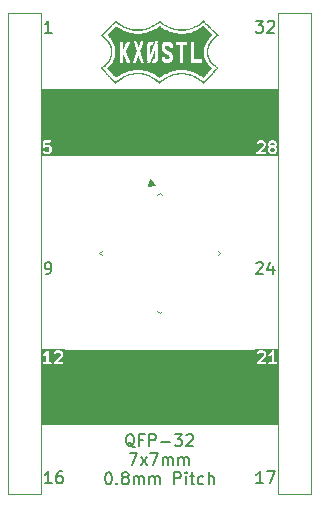
<source format=gto>
G04 #@! TF.GenerationSoftware,KiCad,Pcbnew,9.0.6*
G04 #@! TF.CreationDate,2026-01-07T21:29:58-06:00*
G04 #@! TF.ProjectId,QFP-32_7x7_P0.8,5146502d-3332-45f3-9778-375f50302e38,rev?*
G04 #@! TF.SameCoordinates,Original*
G04 #@! TF.FileFunction,Legend,Top*
G04 #@! TF.FilePolarity,Positive*
%FSLAX46Y46*%
G04 Gerber Fmt 4.6, Leading zero omitted, Abs format (unit mm)*
G04 Created by KiCad (PCBNEW 9.0.6) date 2026-01-07 21:29:58*
%MOMM*%
%LPD*%
G01*
G04 APERTURE LIST*
G04 Aperture macros list*
%AMRoundRect*
0 Rectangle with rounded corners*
0 $1 Rounding radius*
0 $2 $3 $4 $5 $6 $7 $8 $9 X,Y pos of 4 corners*
0 Add a 4 corners polygon primitive as box body*
4,1,4,$2,$3,$4,$5,$6,$7,$8,$9,$2,$3,0*
0 Add four circle primitives for the rounded corners*
1,1,$1+$1,$2,$3*
1,1,$1+$1,$4,$5*
1,1,$1+$1,$6,$7*
1,1,$1+$1,$8,$9*
0 Add four rect primitives between the rounded corners*
20,1,$1+$1,$2,$3,$4,$5,0*
20,1,$1+$1,$4,$5,$6,$7,0*
20,1,$1+$1,$6,$7,$8,$9,0*
20,1,$1+$1,$8,$9,$2,$3,0*%
G04 Aperture macros list end*
%ADD10C,0.100000*%
%ADD11C,0.200000*%
%ADD12C,0.120000*%
%ADD13C,0.000000*%
%ADD14RoundRect,0.137500X-0.707107X0.512652X0.512652X-0.707107X0.707107X-0.512652X-0.512652X0.707107X0*%
%ADD15RoundRect,0.137500X-0.707107X-0.512652X-0.512652X-0.707107X0.707107X0.512652X0.512652X0.707107X0*%
%ADD16R,1.700000X1.700000*%
%ADD17C,1.700000*%
G04 APERTURE END LIST*
D10*
X129377000Y-108145600D02*
X146493000Y-108145600D01*
X146493000Y-112360000D01*
X129377000Y-112360000D01*
X129377000Y-108145600D01*
G36*
X129377000Y-108145600D02*
G01*
X146493000Y-108145600D01*
X146493000Y-112360000D01*
X129377000Y-112360000D01*
X129377000Y-108145600D01*
G37*
X130382000Y-128832239D02*
X146551382Y-128832239D01*
X146551382Y-130568700D01*
X130382000Y-130568700D01*
X130382000Y-128832239D01*
G36*
X130382000Y-128832239D02*
G01*
X146551382Y-128832239D01*
X146551382Y-130568700D01*
X130382000Y-130568700D01*
X130382000Y-128832239D01*
G37*
X128374000Y-130200000D02*
X148430000Y-130200000D01*
X148430000Y-134271000D01*
X128374000Y-134271000D01*
X128374000Y-130200000D01*
G36*
X128374000Y-130200000D02*
G01*
X148430000Y-130200000D01*
X148430000Y-134271000D01*
X128374000Y-134271000D01*
X128374000Y-130200000D01*
G37*
X128374000Y-130581000D02*
X148440000Y-130581000D01*
X148440000Y-135161000D01*
X128374000Y-135161000D01*
X128374000Y-130581000D01*
G36*
X128374000Y-130581000D02*
G01*
X148440000Y-130581000D01*
X148440000Y-135161000D01*
X128374000Y-135161000D01*
X128374000Y-130581000D01*
G37*
X128409350Y-106767000D02*
X148475350Y-106767000D01*
X148475350Y-111038000D01*
X128409350Y-111038000D01*
X128409350Y-106767000D01*
G36*
X128409350Y-106767000D02*
G01*
X148475350Y-106767000D01*
X148475350Y-111038000D01*
X128409350Y-111038000D01*
X128409350Y-106767000D01*
G37*
D11*
X146600136Y-121524099D02*
X146647755Y-121476480D01*
X146647755Y-121476480D02*
X146742993Y-121428861D01*
X146742993Y-121428861D02*
X146981088Y-121428861D01*
X146981088Y-121428861D02*
X147076326Y-121476480D01*
X147076326Y-121476480D02*
X147123945Y-121524099D01*
X147123945Y-121524099D02*
X147171564Y-121619337D01*
X147171564Y-121619337D02*
X147171564Y-121714575D01*
X147171564Y-121714575D02*
X147123945Y-121857432D01*
X147123945Y-121857432D02*
X146552517Y-122428861D01*
X146552517Y-122428861D02*
X147171564Y-122428861D01*
X148028707Y-121762194D02*
X148028707Y-122428861D01*
X147790612Y-121381242D02*
X147552517Y-122095527D01*
X147552517Y-122095527D02*
X148171564Y-122095527D01*
X146569517Y-100988594D02*
X147188564Y-100988594D01*
X147188564Y-100988594D02*
X146855231Y-101369546D01*
X146855231Y-101369546D02*
X146998088Y-101369546D01*
X146998088Y-101369546D02*
X147093326Y-101417165D01*
X147093326Y-101417165D02*
X147140945Y-101464784D01*
X147140945Y-101464784D02*
X147188564Y-101560022D01*
X147188564Y-101560022D02*
X147188564Y-101798117D01*
X147188564Y-101798117D02*
X147140945Y-101893355D01*
X147140945Y-101893355D02*
X147093326Y-101940975D01*
X147093326Y-101940975D02*
X146998088Y-101988594D01*
X146998088Y-101988594D02*
X146712374Y-101988594D01*
X146712374Y-101988594D02*
X146617136Y-101940975D01*
X146617136Y-101940975D02*
X146569517Y-101893355D01*
X147569517Y-101083832D02*
X147617136Y-101036213D01*
X147617136Y-101036213D02*
X147712374Y-100988594D01*
X147712374Y-100988594D02*
X147950469Y-100988594D01*
X147950469Y-100988594D02*
X148045707Y-101036213D01*
X148045707Y-101036213D02*
X148093326Y-101083832D01*
X148093326Y-101083832D02*
X148140945Y-101179070D01*
X148140945Y-101179070D02*
X148140945Y-101274308D01*
X148140945Y-101274308D02*
X148093326Y-101417165D01*
X148093326Y-101417165D02*
X147521898Y-101988594D01*
X147521898Y-101988594D02*
X148140945Y-101988594D01*
G36*
X148517135Y-130203330D02*
G01*
X146527327Y-130203330D01*
X146527327Y-129972710D01*
X146638438Y-129972710D01*
X146638438Y-130011728D01*
X146653370Y-130047776D01*
X146680960Y-130075366D01*
X146717008Y-130090298D01*
X146736517Y-130092219D01*
X147355564Y-130092219D01*
X147375073Y-130090298D01*
X147411121Y-130075366D01*
X147438711Y-130047776D01*
X147453643Y-130011728D01*
X147453643Y-129972710D01*
X147438711Y-129936662D01*
X147411121Y-129909072D01*
X147375073Y-129894140D01*
X147355564Y-129892219D01*
X146977939Y-129892219D01*
X147378656Y-129491501D01*
X147391092Y-129476347D01*
X147392466Y-129473028D01*
X147394822Y-129470313D01*
X147402813Y-129452413D01*
X147450432Y-129309556D01*
X147452631Y-129299883D01*
X147453643Y-129297442D01*
X147453991Y-129293904D01*
X147454779Y-129290441D01*
X147454591Y-129287806D01*
X147455564Y-129277933D01*
X147455564Y-129265426D01*
X147637302Y-129265426D01*
X147640068Y-129304346D01*
X147657517Y-129339245D01*
X147686994Y-129364809D01*
X147724010Y-129377148D01*
X147762930Y-129374382D01*
X147781238Y-129367376D01*
X147876476Y-129319757D01*
X147884872Y-129314471D01*
X147887312Y-129313461D01*
X147890058Y-129311207D01*
X147893066Y-129309314D01*
X147894795Y-129307319D01*
X147902466Y-129301025D01*
X147922231Y-129281260D01*
X147922231Y-129892219D01*
X147736517Y-129892219D01*
X147717008Y-129894140D01*
X147680960Y-129909072D01*
X147653370Y-129936662D01*
X147638438Y-129972710D01*
X147638438Y-130011728D01*
X147653370Y-130047776D01*
X147680960Y-130075366D01*
X147717008Y-130090298D01*
X147736517Y-130092219D01*
X148307945Y-130092219D01*
X148327454Y-130090298D01*
X148363502Y-130075366D01*
X148391092Y-130047776D01*
X148406024Y-130011728D01*
X148406024Y-129972710D01*
X148391092Y-129936662D01*
X148363502Y-129909072D01*
X148327454Y-129894140D01*
X148307945Y-129892219D01*
X148122231Y-129892219D01*
X148122231Y-128992219D01*
X148122224Y-128992148D01*
X148122231Y-128992114D01*
X148122210Y-128992012D01*
X148120310Y-128972710D01*
X148116520Y-128963561D01*
X148114579Y-128953854D01*
X148109127Y-128945713D01*
X148105378Y-128936662D01*
X148098378Y-128929662D01*
X148092868Y-128921434D01*
X148084713Y-128915997D01*
X148077788Y-128909072D01*
X148068644Y-128905284D01*
X148060403Y-128899790D01*
X148050789Y-128897888D01*
X148041740Y-128894140D01*
X148031839Y-128894140D01*
X148022127Y-128892219D01*
X148012522Y-128894140D01*
X148002722Y-128894140D01*
X147993573Y-128897929D01*
X147983866Y-128899871D01*
X147975725Y-128905322D01*
X147966674Y-128909072D01*
X147959674Y-128916071D01*
X147951446Y-128921582D01*
X147939157Y-128936588D01*
X147939084Y-128936662D01*
X147939070Y-128936694D01*
X147939026Y-128936749D01*
X147849282Y-129071365D01*
X147772518Y-129148128D01*
X147691796Y-129188490D01*
X147675205Y-129198933D01*
X147649641Y-129228410D01*
X147637302Y-129265426D01*
X147455564Y-129265426D01*
X147455564Y-129182695D01*
X147453643Y-129163186D01*
X147452267Y-129159865D01*
X147452013Y-129156282D01*
X147445007Y-129137973D01*
X147397388Y-129042736D01*
X147392102Y-129034339D01*
X147391092Y-129031899D01*
X147388838Y-129029153D01*
X147386945Y-129026145D01*
X147384947Y-129024412D01*
X147378655Y-129016746D01*
X147331037Y-128969127D01*
X147323366Y-128962832D01*
X147321637Y-128960838D01*
X147318629Y-128958944D01*
X147315883Y-128956691D01*
X147313443Y-128955680D01*
X147305047Y-128950395D01*
X147209809Y-128902776D01*
X147191501Y-128895770D01*
X147187917Y-128895515D01*
X147184597Y-128894140D01*
X147165088Y-128892219D01*
X146926993Y-128892219D01*
X146907484Y-128894140D01*
X146904163Y-128895515D01*
X146900580Y-128895770D01*
X146882271Y-128902776D01*
X146787034Y-128950395D01*
X146778637Y-128955680D01*
X146776197Y-128956691D01*
X146773451Y-128958944D01*
X146770443Y-128960838D01*
X146768710Y-128962835D01*
X146761044Y-128969128D01*
X146713425Y-129016746D01*
X146700989Y-129031900D01*
X146686057Y-129067948D01*
X146686057Y-129106966D01*
X146700989Y-129143014D01*
X146728579Y-129170604D01*
X146764627Y-129185536D01*
X146803645Y-129185536D01*
X146839693Y-129170604D01*
X146854847Y-129158168D01*
X146890990Y-129122023D01*
X146950600Y-129092219D01*
X147141481Y-129092219D01*
X147201090Y-129122024D01*
X147225759Y-129146692D01*
X147255564Y-129206302D01*
X147255564Y-129261706D01*
X147220542Y-129366770D01*
X146665806Y-129921508D01*
X146653370Y-129936662D01*
X146638438Y-129972710D01*
X146527327Y-129972710D01*
X146527327Y-128781108D01*
X148517135Y-128781108D01*
X148517135Y-130203330D01*
G37*
X147188564Y-140152219D02*
X146617136Y-140152219D01*
X146902850Y-140152219D02*
X146902850Y-139152219D01*
X146902850Y-139152219D02*
X146807612Y-139295076D01*
X146807612Y-139295076D02*
X146712374Y-139390314D01*
X146712374Y-139390314D02*
X146617136Y-139437933D01*
X147521898Y-139152219D02*
X148188564Y-139152219D01*
X148188564Y-139152219D02*
X147759993Y-140152219D01*
G36*
X148123471Y-111760595D02*
G01*
X148148140Y-111785263D01*
X148177945Y-111844873D01*
X148177945Y-111988135D01*
X148148140Y-112047743D01*
X148123471Y-112072413D01*
X148063862Y-112102219D01*
X147920600Y-112102219D01*
X147860990Y-112072414D01*
X147836323Y-112047746D01*
X147806517Y-111988134D01*
X147806517Y-111844873D01*
X147836322Y-111785263D01*
X147860990Y-111760594D01*
X147920600Y-111730790D01*
X148063862Y-111730790D01*
X148123471Y-111760595D01*
G37*
G36*
X148123471Y-111332024D02*
G01*
X148148140Y-111356692D01*
X148177945Y-111416302D01*
X148177945Y-111416707D01*
X148148140Y-111476316D01*
X148123471Y-111500984D01*
X148063862Y-111530790D01*
X147920600Y-111530790D01*
X147860990Y-111500985D01*
X147836322Y-111476316D01*
X147806517Y-111416706D01*
X147806517Y-111416302D01*
X147836322Y-111356692D01*
X147860990Y-111332023D01*
X147920600Y-111302219D01*
X148063862Y-111302219D01*
X148123471Y-111332024D01*
G37*
G36*
X148489056Y-112413330D02*
G01*
X146497327Y-112413330D01*
X146497327Y-112182710D01*
X146608438Y-112182710D01*
X146608438Y-112221728D01*
X146623370Y-112257776D01*
X146650960Y-112285366D01*
X146687008Y-112300298D01*
X146706517Y-112302219D01*
X147325564Y-112302219D01*
X147345073Y-112300298D01*
X147381121Y-112285366D01*
X147408711Y-112257776D01*
X147423643Y-112221728D01*
X147423643Y-112182710D01*
X147408711Y-112146662D01*
X147381121Y-112119072D01*
X147345073Y-112104140D01*
X147325564Y-112102219D01*
X146947939Y-112102219D01*
X147348656Y-111701501D01*
X147361092Y-111686347D01*
X147362466Y-111683028D01*
X147364822Y-111680313D01*
X147372813Y-111662413D01*
X147420432Y-111519556D01*
X147422631Y-111509883D01*
X147423643Y-111507442D01*
X147423991Y-111503904D01*
X147424779Y-111500441D01*
X147424591Y-111497806D01*
X147425564Y-111487933D01*
X147425564Y-111392695D01*
X147606517Y-111392695D01*
X147606517Y-111440314D01*
X147608438Y-111459823D01*
X147609813Y-111463143D01*
X147610068Y-111466727D01*
X147617074Y-111485035D01*
X147664693Y-111580273D01*
X147669978Y-111588669D01*
X147670989Y-111591109D01*
X147673242Y-111593855D01*
X147675136Y-111596863D01*
X147677130Y-111598592D01*
X147683425Y-111606263D01*
X147707952Y-111630790D01*
X147683425Y-111655317D01*
X147677130Y-111662987D01*
X147675136Y-111664717D01*
X147673242Y-111667724D01*
X147670989Y-111670471D01*
X147669978Y-111672910D01*
X147664693Y-111681307D01*
X147617074Y-111776545D01*
X147610068Y-111794853D01*
X147609813Y-111798436D01*
X147608438Y-111801757D01*
X147606517Y-111821266D01*
X147606517Y-112011742D01*
X147608438Y-112031251D01*
X147609813Y-112034571D01*
X147610068Y-112038155D01*
X147617074Y-112056463D01*
X147664693Y-112151701D01*
X147669976Y-112160093D01*
X147670988Y-112162537D01*
X147673244Y-112165286D01*
X147675136Y-112168291D01*
X147677130Y-112170020D01*
X147683425Y-112177690D01*
X147731043Y-112225310D01*
X147738711Y-112231603D01*
X147740443Y-112233600D01*
X147743451Y-112235493D01*
X147746197Y-112237747D01*
X147748637Y-112238757D01*
X147757034Y-112244043D01*
X147852271Y-112291662D01*
X147870580Y-112298668D01*
X147874163Y-112298922D01*
X147877484Y-112300298D01*
X147896993Y-112302219D01*
X148087469Y-112302219D01*
X148106978Y-112300298D01*
X148110298Y-112298922D01*
X148113882Y-112298668D01*
X148132190Y-112291662D01*
X148227428Y-112244043D01*
X148235823Y-112238758D01*
X148238265Y-112237747D01*
X148241012Y-112235491D01*
X148244018Y-112233600D01*
X148245748Y-112231605D01*
X148253418Y-112225310D01*
X148301037Y-112177690D01*
X148307329Y-112170023D01*
X148309326Y-112168292D01*
X148311219Y-112165284D01*
X148313474Y-112162537D01*
X148314485Y-112160095D01*
X148319769Y-112151701D01*
X148367388Y-112056464D01*
X148374394Y-112038155D01*
X148374648Y-112034571D01*
X148376024Y-112031251D01*
X148377945Y-112011742D01*
X148377945Y-111821266D01*
X148376024Y-111801757D01*
X148374648Y-111798436D01*
X148374394Y-111794853D01*
X148367388Y-111776544D01*
X148319769Y-111681307D01*
X148314483Y-111672910D01*
X148313473Y-111670470D01*
X148311219Y-111667724D01*
X148309326Y-111664716D01*
X148307328Y-111662983D01*
X148301036Y-111655317D01*
X148276509Y-111630790D01*
X148301036Y-111606263D01*
X148307328Y-111598596D01*
X148309326Y-111596864D01*
X148311219Y-111593855D01*
X148313473Y-111591110D01*
X148314483Y-111588669D01*
X148319769Y-111580273D01*
X148367388Y-111485036D01*
X148374394Y-111466727D01*
X148374648Y-111463143D01*
X148376024Y-111459823D01*
X148377945Y-111440314D01*
X148377945Y-111392695D01*
X148376024Y-111373186D01*
X148374648Y-111369865D01*
X148374394Y-111366282D01*
X148367388Y-111347973D01*
X148319769Y-111252736D01*
X148314483Y-111244339D01*
X148313473Y-111241899D01*
X148311219Y-111239153D01*
X148309326Y-111236145D01*
X148307328Y-111234412D01*
X148301036Y-111226746D01*
X148253418Y-111179127D01*
X148245747Y-111172832D01*
X148244018Y-111170838D01*
X148241010Y-111168944D01*
X148238264Y-111166691D01*
X148235824Y-111165680D01*
X148227428Y-111160395D01*
X148132190Y-111112776D01*
X148113882Y-111105770D01*
X148110298Y-111105515D01*
X148106978Y-111104140D01*
X148087469Y-111102219D01*
X147896993Y-111102219D01*
X147877484Y-111104140D01*
X147874163Y-111105515D01*
X147870580Y-111105770D01*
X147852271Y-111112776D01*
X147757034Y-111160395D01*
X147748637Y-111165680D01*
X147746197Y-111166691D01*
X147743451Y-111168944D01*
X147740443Y-111170838D01*
X147738710Y-111172835D01*
X147731044Y-111179128D01*
X147683425Y-111226746D01*
X147677130Y-111234416D01*
X147675136Y-111236146D01*
X147673242Y-111239153D01*
X147670989Y-111241900D01*
X147669978Y-111244339D01*
X147664693Y-111252736D01*
X147617074Y-111347974D01*
X147610068Y-111366282D01*
X147609813Y-111369865D01*
X147608438Y-111373186D01*
X147606517Y-111392695D01*
X147425564Y-111392695D01*
X147423643Y-111373186D01*
X147422267Y-111369865D01*
X147422013Y-111366282D01*
X147415007Y-111347973D01*
X147367388Y-111252736D01*
X147362102Y-111244339D01*
X147361092Y-111241899D01*
X147358838Y-111239153D01*
X147356945Y-111236145D01*
X147354947Y-111234412D01*
X147348655Y-111226746D01*
X147301037Y-111179127D01*
X147293366Y-111172832D01*
X147291637Y-111170838D01*
X147288629Y-111168944D01*
X147285883Y-111166691D01*
X147283443Y-111165680D01*
X147275047Y-111160395D01*
X147179809Y-111112776D01*
X147161501Y-111105770D01*
X147157917Y-111105515D01*
X147154597Y-111104140D01*
X147135088Y-111102219D01*
X146896993Y-111102219D01*
X146877484Y-111104140D01*
X146874163Y-111105515D01*
X146870580Y-111105770D01*
X146852271Y-111112776D01*
X146757034Y-111160395D01*
X146748637Y-111165680D01*
X146746197Y-111166691D01*
X146743451Y-111168944D01*
X146740443Y-111170838D01*
X146738710Y-111172835D01*
X146731044Y-111179128D01*
X146683425Y-111226746D01*
X146670989Y-111241900D01*
X146656057Y-111277948D01*
X146656057Y-111316966D01*
X146670989Y-111353014D01*
X146698579Y-111380604D01*
X146734627Y-111395536D01*
X146773645Y-111395536D01*
X146809693Y-111380604D01*
X146824847Y-111368168D01*
X146860990Y-111332023D01*
X146920600Y-111302219D01*
X147111481Y-111302219D01*
X147171090Y-111332024D01*
X147195759Y-111356692D01*
X147225564Y-111416302D01*
X147225564Y-111471706D01*
X147190542Y-111576770D01*
X146635806Y-112131508D01*
X146623370Y-112146662D01*
X146608438Y-112182710D01*
X146497327Y-112182710D01*
X146497327Y-110991108D01*
X148489056Y-110991108D01*
X148489056Y-112413330D01*
G37*
X136310952Y-137097138D02*
X136215714Y-137049519D01*
X136215714Y-137049519D02*
X136120476Y-136954281D01*
X136120476Y-136954281D02*
X135977619Y-136811423D01*
X135977619Y-136811423D02*
X135882381Y-136763804D01*
X135882381Y-136763804D02*
X135787143Y-136763804D01*
X135834762Y-137001900D02*
X135739524Y-136954281D01*
X135739524Y-136954281D02*
X135644286Y-136859042D01*
X135644286Y-136859042D02*
X135596667Y-136668566D01*
X135596667Y-136668566D02*
X135596667Y-136335233D01*
X135596667Y-136335233D02*
X135644286Y-136144757D01*
X135644286Y-136144757D02*
X135739524Y-136049519D01*
X135739524Y-136049519D02*
X135834762Y-136001900D01*
X135834762Y-136001900D02*
X136025238Y-136001900D01*
X136025238Y-136001900D02*
X136120476Y-136049519D01*
X136120476Y-136049519D02*
X136215714Y-136144757D01*
X136215714Y-136144757D02*
X136263333Y-136335233D01*
X136263333Y-136335233D02*
X136263333Y-136668566D01*
X136263333Y-136668566D02*
X136215714Y-136859042D01*
X136215714Y-136859042D02*
X136120476Y-136954281D01*
X136120476Y-136954281D02*
X136025238Y-137001900D01*
X136025238Y-137001900D02*
X135834762Y-137001900D01*
X137025238Y-136478090D02*
X136691905Y-136478090D01*
X136691905Y-137001900D02*
X136691905Y-136001900D01*
X136691905Y-136001900D02*
X137168095Y-136001900D01*
X137549048Y-137001900D02*
X137549048Y-136001900D01*
X137549048Y-136001900D02*
X137930000Y-136001900D01*
X137930000Y-136001900D02*
X138025238Y-136049519D01*
X138025238Y-136049519D02*
X138072857Y-136097138D01*
X138072857Y-136097138D02*
X138120476Y-136192376D01*
X138120476Y-136192376D02*
X138120476Y-136335233D01*
X138120476Y-136335233D02*
X138072857Y-136430471D01*
X138072857Y-136430471D02*
X138025238Y-136478090D01*
X138025238Y-136478090D02*
X137930000Y-136525709D01*
X137930000Y-136525709D02*
X137549048Y-136525709D01*
X138549048Y-136620947D02*
X139310953Y-136620947D01*
X139691905Y-136001900D02*
X140310952Y-136001900D01*
X140310952Y-136001900D02*
X139977619Y-136382852D01*
X139977619Y-136382852D02*
X140120476Y-136382852D01*
X140120476Y-136382852D02*
X140215714Y-136430471D01*
X140215714Y-136430471D02*
X140263333Y-136478090D01*
X140263333Y-136478090D02*
X140310952Y-136573328D01*
X140310952Y-136573328D02*
X140310952Y-136811423D01*
X140310952Y-136811423D02*
X140263333Y-136906661D01*
X140263333Y-136906661D02*
X140215714Y-136954281D01*
X140215714Y-136954281D02*
X140120476Y-137001900D01*
X140120476Y-137001900D02*
X139834762Y-137001900D01*
X139834762Y-137001900D02*
X139739524Y-136954281D01*
X139739524Y-136954281D02*
X139691905Y-136906661D01*
X140691905Y-136097138D02*
X140739524Y-136049519D01*
X140739524Y-136049519D02*
X140834762Y-136001900D01*
X140834762Y-136001900D02*
X141072857Y-136001900D01*
X141072857Y-136001900D02*
X141168095Y-136049519D01*
X141168095Y-136049519D02*
X141215714Y-136097138D01*
X141215714Y-136097138D02*
X141263333Y-136192376D01*
X141263333Y-136192376D02*
X141263333Y-136287614D01*
X141263333Y-136287614D02*
X141215714Y-136430471D01*
X141215714Y-136430471D02*
X140644286Y-137001900D01*
X140644286Y-137001900D02*
X141263333Y-137001900D01*
X135882381Y-137611844D02*
X136549047Y-137611844D01*
X136549047Y-137611844D02*
X136120476Y-138611844D01*
X136834762Y-138611844D02*
X137358571Y-137945177D01*
X136834762Y-137945177D02*
X137358571Y-138611844D01*
X137644286Y-137611844D02*
X138310952Y-137611844D01*
X138310952Y-137611844D02*
X137882381Y-138611844D01*
X138691905Y-138611844D02*
X138691905Y-137945177D01*
X138691905Y-138040415D02*
X138739524Y-137992796D01*
X138739524Y-137992796D02*
X138834762Y-137945177D01*
X138834762Y-137945177D02*
X138977619Y-137945177D01*
X138977619Y-137945177D02*
X139072857Y-137992796D01*
X139072857Y-137992796D02*
X139120476Y-138088034D01*
X139120476Y-138088034D02*
X139120476Y-138611844D01*
X139120476Y-138088034D02*
X139168095Y-137992796D01*
X139168095Y-137992796D02*
X139263333Y-137945177D01*
X139263333Y-137945177D02*
X139406190Y-137945177D01*
X139406190Y-137945177D02*
X139501429Y-137992796D01*
X139501429Y-137992796D02*
X139549048Y-138088034D01*
X139549048Y-138088034D02*
X139549048Y-138611844D01*
X140025238Y-138611844D02*
X140025238Y-137945177D01*
X140025238Y-138040415D02*
X140072857Y-137992796D01*
X140072857Y-137992796D02*
X140168095Y-137945177D01*
X140168095Y-137945177D02*
X140310952Y-137945177D01*
X140310952Y-137945177D02*
X140406190Y-137992796D01*
X140406190Y-137992796D02*
X140453809Y-138088034D01*
X140453809Y-138088034D02*
X140453809Y-138611844D01*
X140453809Y-138088034D02*
X140501428Y-137992796D01*
X140501428Y-137992796D02*
X140596666Y-137945177D01*
X140596666Y-137945177D02*
X140739523Y-137945177D01*
X140739523Y-137945177D02*
X140834762Y-137992796D01*
X140834762Y-137992796D02*
X140882381Y-138088034D01*
X140882381Y-138088034D02*
X140882381Y-138611844D01*
X134049048Y-139221788D02*
X134144286Y-139221788D01*
X134144286Y-139221788D02*
X134239524Y-139269407D01*
X134239524Y-139269407D02*
X134287143Y-139317026D01*
X134287143Y-139317026D02*
X134334762Y-139412264D01*
X134334762Y-139412264D02*
X134382381Y-139602740D01*
X134382381Y-139602740D02*
X134382381Y-139840835D01*
X134382381Y-139840835D02*
X134334762Y-140031311D01*
X134334762Y-140031311D02*
X134287143Y-140126549D01*
X134287143Y-140126549D02*
X134239524Y-140174169D01*
X134239524Y-140174169D02*
X134144286Y-140221788D01*
X134144286Y-140221788D02*
X134049048Y-140221788D01*
X134049048Y-140221788D02*
X133953810Y-140174169D01*
X133953810Y-140174169D02*
X133906191Y-140126549D01*
X133906191Y-140126549D02*
X133858572Y-140031311D01*
X133858572Y-140031311D02*
X133810953Y-139840835D01*
X133810953Y-139840835D02*
X133810953Y-139602740D01*
X133810953Y-139602740D02*
X133858572Y-139412264D01*
X133858572Y-139412264D02*
X133906191Y-139317026D01*
X133906191Y-139317026D02*
X133953810Y-139269407D01*
X133953810Y-139269407D02*
X134049048Y-139221788D01*
X134810953Y-140126549D02*
X134858572Y-140174169D01*
X134858572Y-140174169D02*
X134810953Y-140221788D01*
X134810953Y-140221788D02*
X134763334Y-140174169D01*
X134763334Y-140174169D02*
X134810953Y-140126549D01*
X134810953Y-140126549D02*
X134810953Y-140221788D01*
X135430000Y-139650359D02*
X135334762Y-139602740D01*
X135334762Y-139602740D02*
X135287143Y-139555121D01*
X135287143Y-139555121D02*
X135239524Y-139459883D01*
X135239524Y-139459883D02*
X135239524Y-139412264D01*
X135239524Y-139412264D02*
X135287143Y-139317026D01*
X135287143Y-139317026D02*
X135334762Y-139269407D01*
X135334762Y-139269407D02*
X135430000Y-139221788D01*
X135430000Y-139221788D02*
X135620476Y-139221788D01*
X135620476Y-139221788D02*
X135715714Y-139269407D01*
X135715714Y-139269407D02*
X135763333Y-139317026D01*
X135763333Y-139317026D02*
X135810952Y-139412264D01*
X135810952Y-139412264D02*
X135810952Y-139459883D01*
X135810952Y-139459883D02*
X135763333Y-139555121D01*
X135763333Y-139555121D02*
X135715714Y-139602740D01*
X135715714Y-139602740D02*
X135620476Y-139650359D01*
X135620476Y-139650359D02*
X135430000Y-139650359D01*
X135430000Y-139650359D02*
X135334762Y-139697978D01*
X135334762Y-139697978D02*
X135287143Y-139745597D01*
X135287143Y-139745597D02*
X135239524Y-139840835D01*
X135239524Y-139840835D02*
X135239524Y-140031311D01*
X135239524Y-140031311D02*
X135287143Y-140126549D01*
X135287143Y-140126549D02*
X135334762Y-140174169D01*
X135334762Y-140174169D02*
X135430000Y-140221788D01*
X135430000Y-140221788D02*
X135620476Y-140221788D01*
X135620476Y-140221788D02*
X135715714Y-140174169D01*
X135715714Y-140174169D02*
X135763333Y-140126549D01*
X135763333Y-140126549D02*
X135810952Y-140031311D01*
X135810952Y-140031311D02*
X135810952Y-139840835D01*
X135810952Y-139840835D02*
X135763333Y-139745597D01*
X135763333Y-139745597D02*
X135715714Y-139697978D01*
X135715714Y-139697978D02*
X135620476Y-139650359D01*
X136239524Y-140221788D02*
X136239524Y-139555121D01*
X136239524Y-139650359D02*
X136287143Y-139602740D01*
X136287143Y-139602740D02*
X136382381Y-139555121D01*
X136382381Y-139555121D02*
X136525238Y-139555121D01*
X136525238Y-139555121D02*
X136620476Y-139602740D01*
X136620476Y-139602740D02*
X136668095Y-139697978D01*
X136668095Y-139697978D02*
X136668095Y-140221788D01*
X136668095Y-139697978D02*
X136715714Y-139602740D01*
X136715714Y-139602740D02*
X136810952Y-139555121D01*
X136810952Y-139555121D02*
X136953809Y-139555121D01*
X136953809Y-139555121D02*
X137049048Y-139602740D01*
X137049048Y-139602740D02*
X137096667Y-139697978D01*
X137096667Y-139697978D02*
X137096667Y-140221788D01*
X137572857Y-140221788D02*
X137572857Y-139555121D01*
X137572857Y-139650359D02*
X137620476Y-139602740D01*
X137620476Y-139602740D02*
X137715714Y-139555121D01*
X137715714Y-139555121D02*
X137858571Y-139555121D01*
X137858571Y-139555121D02*
X137953809Y-139602740D01*
X137953809Y-139602740D02*
X138001428Y-139697978D01*
X138001428Y-139697978D02*
X138001428Y-140221788D01*
X138001428Y-139697978D02*
X138049047Y-139602740D01*
X138049047Y-139602740D02*
X138144285Y-139555121D01*
X138144285Y-139555121D02*
X138287142Y-139555121D01*
X138287142Y-139555121D02*
X138382381Y-139602740D01*
X138382381Y-139602740D02*
X138430000Y-139697978D01*
X138430000Y-139697978D02*
X138430000Y-140221788D01*
X139668095Y-140221788D02*
X139668095Y-139221788D01*
X139668095Y-139221788D02*
X140049047Y-139221788D01*
X140049047Y-139221788D02*
X140144285Y-139269407D01*
X140144285Y-139269407D02*
X140191904Y-139317026D01*
X140191904Y-139317026D02*
X140239523Y-139412264D01*
X140239523Y-139412264D02*
X140239523Y-139555121D01*
X140239523Y-139555121D02*
X140191904Y-139650359D01*
X140191904Y-139650359D02*
X140144285Y-139697978D01*
X140144285Y-139697978D02*
X140049047Y-139745597D01*
X140049047Y-139745597D02*
X139668095Y-139745597D01*
X140668095Y-140221788D02*
X140668095Y-139555121D01*
X140668095Y-139221788D02*
X140620476Y-139269407D01*
X140620476Y-139269407D02*
X140668095Y-139317026D01*
X140668095Y-139317026D02*
X140715714Y-139269407D01*
X140715714Y-139269407D02*
X140668095Y-139221788D01*
X140668095Y-139221788D02*
X140668095Y-139317026D01*
X141001428Y-139555121D02*
X141382380Y-139555121D01*
X141144285Y-139221788D02*
X141144285Y-140078930D01*
X141144285Y-140078930D02*
X141191904Y-140174169D01*
X141191904Y-140174169D02*
X141287142Y-140221788D01*
X141287142Y-140221788D02*
X141382380Y-140221788D01*
X142144285Y-140174169D02*
X142049047Y-140221788D01*
X142049047Y-140221788D02*
X141858571Y-140221788D01*
X141858571Y-140221788D02*
X141763333Y-140174169D01*
X141763333Y-140174169D02*
X141715714Y-140126549D01*
X141715714Y-140126549D02*
X141668095Y-140031311D01*
X141668095Y-140031311D02*
X141668095Y-139745597D01*
X141668095Y-139745597D02*
X141715714Y-139650359D01*
X141715714Y-139650359D02*
X141763333Y-139602740D01*
X141763333Y-139602740D02*
X141858571Y-139555121D01*
X141858571Y-139555121D02*
X142049047Y-139555121D01*
X142049047Y-139555121D02*
X142144285Y-139602740D01*
X142572857Y-140221788D02*
X142572857Y-139221788D01*
X143001428Y-140221788D02*
X143001428Y-139697978D01*
X143001428Y-139697978D02*
X142953809Y-139602740D01*
X142953809Y-139602740D02*
X142858571Y-139555121D01*
X142858571Y-139555121D02*
X142715714Y-139555121D01*
X142715714Y-139555121D02*
X142620476Y-139602740D01*
X142620476Y-139602740D02*
X142572857Y-139650359D01*
G36*
X130376974Y-130203330D02*
G01*
X128431728Y-130203330D01*
X128431728Y-129265426D01*
X128542839Y-129265426D01*
X128545605Y-129304346D01*
X128563054Y-129339245D01*
X128592531Y-129364809D01*
X128629547Y-129377148D01*
X128668467Y-129374382D01*
X128686775Y-129367376D01*
X128782013Y-129319757D01*
X128790409Y-129314471D01*
X128792849Y-129313461D01*
X128795595Y-129311207D01*
X128798603Y-129309314D01*
X128800332Y-129307319D01*
X128808003Y-129301025D01*
X128827768Y-129281260D01*
X128827768Y-129892219D01*
X128642054Y-129892219D01*
X128622545Y-129894140D01*
X128586497Y-129909072D01*
X128558907Y-129936662D01*
X128543975Y-129972710D01*
X128543975Y-130011728D01*
X128558907Y-130047776D01*
X128586497Y-130075366D01*
X128622545Y-130090298D01*
X128642054Y-130092219D01*
X129213482Y-130092219D01*
X129232991Y-130090298D01*
X129269039Y-130075366D01*
X129296629Y-130047776D01*
X129311561Y-130011728D01*
X129311561Y-129972710D01*
X129448737Y-129972710D01*
X129448737Y-130011728D01*
X129463669Y-130047776D01*
X129491259Y-130075366D01*
X129527307Y-130090298D01*
X129546816Y-130092219D01*
X130165863Y-130092219D01*
X130185372Y-130090298D01*
X130221420Y-130075366D01*
X130249010Y-130047776D01*
X130263942Y-130011728D01*
X130263942Y-129972710D01*
X130249010Y-129936662D01*
X130221420Y-129909072D01*
X130185372Y-129894140D01*
X130165863Y-129892219D01*
X129788238Y-129892219D01*
X130188955Y-129491501D01*
X130201391Y-129476347D01*
X130202765Y-129473028D01*
X130205121Y-129470313D01*
X130213112Y-129452413D01*
X130260731Y-129309556D01*
X130262930Y-129299883D01*
X130263942Y-129297442D01*
X130264290Y-129293904D01*
X130265078Y-129290441D01*
X130264890Y-129287806D01*
X130265863Y-129277933D01*
X130265863Y-129182695D01*
X130263942Y-129163186D01*
X130262566Y-129159865D01*
X130262312Y-129156282D01*
X130255306Y-129137973D01*
X130207687Y-129042736D01*
X130202401Y-129034339D01*
X130201391Y-129031899D01*
X130199137Y-129029153D01*
X130197244Y-129026145D01*
X130195246Y-129024412D01*
X130188954Y-129016746D01*
X130141336Y-128969127D01*
X130133665Y-128962832D01*
X130131936Y-128960838D01*
X130128928Y-128958944D01*
X130126182Y-128956691D01*
X130123742Y-128955680D01*
X130115346Y-128950395D01*
X130020108Y-128902776D01*
X130001800Y-128895770D01*
X129998216Y-128895515D01*
X129994896Y-128894140D01*
X129975387Y-128892219D01*
X129737292Y-128892219D01*
X129717783Y-128894140D01*
X129714462Y-128895515D01*
X129710879Y-128895770D01*
X129692570Y-128902776D01*
X129597333Y-128950395D01*
X129588936Y-128955680D01*
X129586496Y-128956691D01*
X129583750Y-128958944D01*
X129580742Y-128960838D01*
X129579009Y-128962835D01*
X129571343Y-128969128D01*
X129523724Y-129016746D01*
X129511288Y-129031900D01*
X129496356Y-129067948D01*
X129496356Y-129106966D01*
X129511288Y-129143014D01*
X129538878Y-129170604D01*
X129574926Y-129185536D01*
X129613944Y-129185536D01*
X129649992Y-129170604D01*
X129665146Y-129158168D01*
X129701289Y-129122023D01*
X129760899Y-129092219D01*
X129951780Y-129092219D01*
X130011389Y-129122024D01*
X130036058Y-129146692D01*
X130065863Y-129206302D01*
X130065863Y-129261706D01*
X130030841Y-129366770D01*
X129476105Y-129921508D01*
X129463669Y-129936662D01*
X129448737Y-129972710D01*
X129311561Y-129972710D01*
X129296629Y-129936662D01*
X129269039Y-129909072D01*
X129232991Y-129894140D01*
X129213482Y-129892219D01*
X129027768Y-129892219D01*
X129027768Y-128992219D01*
X129027761Y-128992148D01*
X129027768Y-128992114D01*
X129027747Y-128992012D01*
X129025847Y-128972710D01*
X129022057Y-128963561D01*
X129020116Y-128953854D01*
X129014664Y-128945713D01*
X129010915Y-128936662D01*
X129003915Y-128929662D01*
X128998405Y-128921434D01*
X128990250Y-128915997D01*
X128983325Y-128909072D01*
X128974181Y-128905284D01*
X128965940Y-128899790D01*
X128956326Y-128897888D01*
X128947277Y-128894140D01*
X128937376Y-128894140D01*
X128927664Y-128892219D01*
X128918059Y-128894140D01*
X128908259Y-128894140D01*
X128899110Y-128897929D01*
X128889403Y-128899871D01*
X128881262Y-128905322D01*
X128872211Y-128909072D01*
X128865211Y-128916071D01*
X128856983Y-128921582D01*
X128844694Y-128936588D01*
X128844621Y-128936662D01*
X128844607Y-128936694D01*
X128844563Y-128936749D01*
X128754819Y-129071365D01*
X128678055Y-129148128D01*
X128597333Y-129188490D01*
X128580742Y-129198933D01*
X128555178Y-129228410D01*
X128542839Y-129265426D01*
X128431728Y-129265426D01*
X128431728Y-128781108D01*
X130376974Y-128781108D01*
X130376974Y-130203330D01*
G37*
G36*
X129404593Y-112413330D02*
G01*
X128411410Y-112413330D01*
X128411410Y-111688062D01*
X128522521Y-111688062D01*
X128523975Y-111692880D01*
X128523975Y-111697918D01*
X128529571Y-111711427D01*
X128533792Y-111725417D01*
X128536979Y-111729313D01*
X128538907Y-111733966D01*
X128549243Y-111744302D01*
X128558499Y-111755615D01*
X128562936Y-111757995D01*
X128566497Y-111761556D01*
X128580002Y-111767150D01*
X128592883Y-111774060D01*
X128597892Y-111774560D01*
X128602545Y-111776488D01*
X128617166Y-111776488D01*
X128631707Y-111777942D01*
X128636526Y-111776488D01*
X128641563Y-111776488D01*
X128655072Y-111770891D01*
X128669062Y-111766671D01*
X128672958Y-111763483D01*
X128677611Y-111761556D01*
X128692765Y-111749120D01*
X128728908Y-111712975D01*
X128788518Y-111683171D01*
X128979399Y-111683171D01*
X129039008Y-111712976D01*
X129063677Y-111737644D01*
X129093482Y-111797254D01*
X129093482Y-111988135D01*
X129063677Y-112047743D01*
X129039008Y-112072413D01*
X128979399Y-112102219D01*
X128788518Y-112102219D01*
X128728908Y-112072414D01*
X128692765Y-112036270D01*
X128677612Y-112023833D01*
X128641564Y-112008902D01*
X128602546Y-112008901D01*
X128566497Y-112023832D01*
X128538907Y-112051422D01*
X128523976Y-112087470D01*
X128523975Y-112126488D01*
X128538906Y-112162537D01*
X128551343Y-112177690D01*
X128598961Y-112225310D01*
X128606629Y-112231603D01*
X128608361Y-112233600D01*
X128611369Y-112235493D01*
X128614115Y-112237747D01*
X128616555Y-112238757D01*
X128624952Y-112244043D01*
X128720189Y-112291662D01*
X128738498Y-112298668D01*
X128742081Y-112298922D01*
X128745402Y-112300298D01*
X128764911Y-112302219D01*
X129003006Y-112302219D01*
X129022515Y-112300298D01*
X129025835Y-112298922D01*
X129029419Y-112298668D01*
X129047727Y-112291662D01*
X129142965Y-112244043D01*
X129151360Y-112238758D01*
X129153802Y-112237747D01*
X129156549Y-112235491D01*
X129159555Y-112233600D01*
X129161285Y-112231605D01*
X129168955Y-112225310D01*
X129216574Y-112177690D01*
X129222866Y-112170023D01*
X129224863Y-112168292D01*
X129226756Y-112165284D01*
X129229011Y-112162537D01*
X129230022Y-112160095D01*
X129235306Y-112151701D01*
X129282925Y-112056464D01*
X129289931Y-112038155D01*
X129290185Y-112034571D01*
X129291561Y-112031251D01*
X129293482Y-112011742D01*
X129293482Y-111773647D01*
X129291561Y-111754138D01*
X129290185Y-111750817D01*
X129289931Y-111747234D01*
X129282925Y-111728925D01*
X129235306Y-111633688D01*
X129230020Y-111625291D01*
X129229010Y-111622851D01*
X129226756Y-111620105D01*
X129224863Y-111617097D01*
X129222865Y-111615364D01*
X129216573Y-111607698D01*
X129168955Y-111560079D01*
X129161284Y-111553784D01*
X129159555Y-111551790D01*
X129156547Y-111549896D01*
X129153801Y-111547643D01*
X129151361Y-111546632D01*
X129142965Y-111541347D01*
X129047727Y-111493728D01*
X129029419Y-111486722D01*
X129025835Y-111486467D01*
X129022515Y-111485092D01*
X129003006Y-111483171D01*
X128764911Y-111483171D01*
X128745402Y-111485092D01*
X128742081Y-111486467D01*
X128741744Y-111486491D01*
X128760172Y-111302219D01*
X129145863Y-111302219D01*
X129165372Y-111300298D01*
X129201420Y-111285366D01*
X129229010Y-111257776D01*
X129243942Y-111221728D01*
X129243942Y-111182710D01*
X129229010Y-111146662D01*
X129201420Y-111119072D01*
X129165372Y-111104140D01*
X129145863Y-111102219D01*
X128669673Y-111102219D01*
X128662456Y-111102929D01*
X128660020Y-111102686D01*
X128657641Y-111103403D01*
X128650164Y-111104140D01*
X128636654Y-111109736D01*
X128622665Y-111113957D01*
X128618768Y-111117144D01*
X128614116Y-111119072D01*
X128603779Y-111129408D01*
X128592467Y-111138664D01*
X128590086Y-111143101D01*
X128586526Y-111146662D01*
X128580931Y-111160167D01*
X128574022Y-111173048D01*
X128572545Y-111180412D01*
X128571594Y-111182710D01*
X128571594Y-111185160D01*
X128570169Y-111192269D01*
X128522550Y-111668459D01*
X128522521Y-111688062D01*
X128411410Y-111688062D01*
X128411410Y-110991108D01*
X129404593Y-110991108D01*
X129404593Y-112413330D01*
G37*
X128797292Y-122428861D02*
X128987768Y-122428861D01*
X128987768Y-122428861D02*
X129083006Y-122381242D01*
X129083006Y-122381242D02*
X129130625Y-122333622D01*
X129130625Y-122333622D02*
X129225863Y-122190765D01*
X129225863Y-122190765D02*
X129273482Y-122000289D01*
X129273482Y-122000289D02*
X129273482Y-121619337D01*
X129273482Y-121619337D02*
X129225863Y-121524099D01*
X129225863Y-121524099D02*
X129178244Y-121476480D01*
X129178244Y-121476480D02*
X129083006Y-121428861D01*
X129083006Y-121428861D02*
X128892530Y-121428861D01*
X128892530Y-121428861D02*
X128797292Y-121476480D01*
X128797292Y-121476480D02*
X128749673Y-121524099D01*
X128749673Y-121524099D02*
X128702054Y-121619337D01*
X128702054Y-121619337D02*
X128702054Y-121857432D01*
X128702054Y-121857432D02*
X128749673Y-121952670D01*
X128749673Y-121952670D02*
X128797292Y-122000289D01*
X128797292Y-122000289D02*
X128892530Y-122047908D01*
X128892530Y-122047908D02*
X129083006Y-122047908D01*
X129083006Y-122047908D02*
X129178244Y-122000289D01*
X129178244Y-122000289D02*
X129225863Y-121952670D01*
X129225863Y-121952670D02*
X129273482Y-121857432D01*
X129290482Y-101988594D02*
X128719054Y-101988594D01*
X129004768Y-101988594D02*
X129004768Y-100988594D01*
X129004768Y-100988594D02*
X128909530Y-101131451D01*
X128909530Y-101131451D02*
X128814292Y-101226689D01*
X128814292Y-101226689D02*
X128719054Y-101274308D01*
X129290482Y-140152219D02*
X128719054Y-140152219D01*
X129004768Y-140152219D02*
X129004768Y-139152219D01*
X129004768Y-139152219D02*
X128909530Y-139295076D01*
X128909530Y-139295076D02*
X128814292Y-139390314D01*
X128814292Y-139390314D02*
X128719054Y-139437933D01*
X130147625Y-139152219D02*
X129957149Y-139152219D01*
X129957149Y-139152219D02*
X129861911Y-139199838D01*
X129861911Y-139199838D02*
X129814292Y-139247457D01*
X129814292Y-139247457D02*
X129719054Y-139390314D01*
X129719054Y-139390314D02*
X129671435Y-139580790D01*
X129671435Y-139580790D02*
X129671435Y-139961742D01*
X129671435Y-139961742D02*
X129719054Y-140056980D01*
X129719054Y-140056980D02*
X129766673Y-140104600D01*
X129766673Y-140104600D02*
X129861911Y-140152219D01*
X129861911Y-140152219D02*
X130052387Y-140152219D01*
X130052387Y-140152219D02*
X130147625Y-140104600D01*
X130147625Y-140104600D02*
X130195244Y-140056980D01*
X130195244Y-140056980D02*
X130242863Y-139961742D01*
X130242863Y-139961742D02*
X130242863Y-139723647D01*
X130242863Y-139723647D02*
X130195244Y-139628409D01*
X130195244Y-139628409D02*
X130147625Y-139580790D01*
X130147625Y-139580790D02*
X130052387Y-139533171D01*
X130052387Y-139533171D02*
X129861911Y-139533171D01*
X129861911Y-139533171D02*
X129766673Y-139580790D01*
X129766673Y-139580790D02*
X129719054Y-139628409D01*
X129719054Y-139628409D02*
X129671435Y-139723647D01*
D12*
X133324689Y-120650000D02*
X133519143Y-120455546D01*
X133519143Y-120844454D02*
X133324689Y-120650000D01*
X138235546Y-115739143D02*
X138430000Y-115544689D01*
X138430000Y-115544689D02*
X138624454Y-115739143D01*
X138430000Y-125755311D02*
X138235546Y-125560857D01*
X138624454Y-125560857D02*
X138430000Y-125755311D01*
X143340857Y-120455546D02*
X143535311Y-120650000D01*
X143535311Y-120650000D02*
X143340857Y-120844454D01*
X138055233Y-114872938D02*
X137482477Y-114964861D01*
X137574401Y-114392105D01*
X138055233Y-114872938D01*
G36*
X138055233Y-114872938D02*
G01*
X137482477Y-114964861D01*
X137574401Y-114392105D01*
X138055233Y-114872938D01*
G37*
X125620000Y-100330000D02*
X125620000Y-141080000D01*
X125620000Y-100330000D02*
X128380000Y-100330000D01*
X125620000Y-141080000D02*
X128380000Y-141080000D01*
X128380000Y-100330000D02*
X128380000Y-141080000D01*
D13*
G36*
X142148024Y-100950472D02*
G01*
X142163020Y-100968048D01*
X142178371Y-100985415D01*
X142194862Y-101003388D01*
X142213279Y-101022785D01*
X142234407Y-101044424D01*
X142259032Y-101069123D01*
X142287938Y-101097698D01*
X142314677Y-101123900D01*
X142334295Y-101143094D01*
X142358809Y-101167115D01*
X142387551Y-101195306D01*
X142419851Y-101227011D01*
X142455042Y-101261573D01*
X142492454Y-101298336D01*
X142531419Y-101336641D01*
X142571269Y-101375832D01*
X142611335Y-101415253D01*
X142650947Y-101454246D01*
X142662682Y-101465802D01*
X142705796Y-101508245D01*
X142752354Y-101554055D01*
X142801326Y-101602219D01*
X142851680Y-101651723D01*
X142902384Y-101701554D01*
X142952409Y-101750699D01*
X143000722Y-101798144D01*
X143046293Y-101842876D01*
X143088090Y-101883882D01*
X143115835Y-101911086D01*
X143164917Y-101959206D01*
X143208701Y-102002158D01*
X143247479Y-102040237D01*
X143281544Y-102073734D01*
X143311187Y-102102942D01*
X143336699Y-102128154D01*
X143358372Y-102149662D01*
X143376498Y-102167759D01*
X143391369Y-102182739D01*
X143403276Y-102194892D01*
X143412510Y-102204513D01*
X143419365Y-102211894D01*
X143424130Y-102217327D01*
X143427099Y-102221106D01*
X143428562Y-102223522D01*
X143428812Y-102224869D01*
X143428731Y-102225054D01*
X143424958Y-102228448D01*
X143416007Y-102235472D01*
X143403066Y-102245227D01*
X143387318Y-102256808D01*
X143380356Y-102261854D01*
X143360896Y-102276081D01*
X143340963Y-102290970D01*
X143322747Y-102304865D01*
X143308437Y-102316111D01*
X143306999Y-102317276D01*
X143293867Y-102327813D01*
X143276512Y-102341536D01*
X143256917Y-102356885D01*
X143237068Y-102372301D01*
X143231077Y-102376925D01*
X143150023Y-102441641D01*
X143074235Y-102506798D01*
X143004185Y-102571938D01*
X142940342Y-102636607D01*
X142883180Y-102700349D01*
X142835414Y-102759731D01*
X142776029Y-102844374D01*
X142723513Y-102932428D01*
X142677811Y-103024035D01*
X142638865Y-103119338D01*
X142606621Y-103218478D01*
X142581023Y-103321598D01*
X142562015Y-103428839D01*
X142556841Y-103467927D01*
X142553704Y-103501062D01*
X142551460Y-103539950D01*
X142550109Y-103582653D01*
X142549653Y-103627228D01*
X142550093Y-103671734D01*
X142551429Y-103714231D01*
X142553664Y-103752777D01*
X142556666Y-103784353D01*
X142572868Y-103888437D01*
X142595833Y-103988620D01*
X142625586Y-104084953D01*
X142662150Y-104177490D01*
X142705552Y-104266283D01*
X142755815Y-104351385D01*
X142812964Y-104432849D01*
X142877025Y-104510728D01*
X142916288Y-104553169D01*
X142942609Y-104579406D01*
X142974786Y-104609576D01*
X143012895Y-104643743D01*
X143057013Y-104681972D01*
X143107215Y-104724327D01*
X143163579Y-104770873D01*
X143226180Y-104821674D01*
X143295095Y-104876795D01*
X143342392Y-104914246D01*
X143364771Y-104932077D01*
X143385060Y-104948572D01*
X143402461Y-104963059D01*
X143416178Y-104974861D01*
X143425412Y-104983305D01*
X143429369Y-104987716D01*
X143429452Y-104987944D01*
X143426888Y-104991328D01*
X143419093Y-105000125D01*
X143406264Y-105014130D01*
X143388597Y-105033135D01*
X143366288Y-105056934D01*
X143339535Y-105085320D01*
X143308533Y-105118088D01*
X143273478Y-105155029D01*
X143234568Y-105195939D01*
X143191999Y-105240609D01*
X143145967Y-105288834D01*
X143096669Y-105340408D01*
X143044300Y-105395122D01*
X142989059Y-105452772D01*
X142931140Y-105513150D01*
X142870741Y-105576050D01*
X142812882Y-105636248D01*
X142755177Y-105696258D01*
X142698769Y-105754915D01*
X142643907Y-105811961D01*
X142590841Y-105867134D01*
X142539822Y-105920177D01*
X142491098Y-105970830D01*
X142444920Y-106018832D01*
X142401536Y-106063925D01*
X142361198Y-106105849D01*
X142324154Y-106144344D01*
X142290654Y-106179151D01*
X142260948Y-106210010D01*
X142235286Y-106236662D01*
X142213917Y-106258848D01*
X142197091Y-106276307D01*
X142185058Y-106288781D01*
X142178067Y-106296009D01*
X142176556Y-106297560D01*
X142157938Y-106316473D01*
X142056773Y-106234869D01*
X142008816Y-106196346D01*
X141965852Y-106162209D01*
X141926940Y-106131755D01*
X141891143Y-106104282D01*
X141857524Y-106079088D01*
X141825143Y-106055469D01*
X141793064Y-106032725D01*
X141760346Y-106010152D01*
X141726054Y-105987048D01*
X141723171Y-105985127D01*
X141620025Y-105919279D01*
X141515086Y-105857798D01*
X141409280Y-105801143D01*
X141303535Y-105749769D01*
X141198778Y-105704135D01*
X141095938Y-105664697D01*
X141023910Y-105640492D01*
X140896400Y-105604373D01*
X140765820Y-105575433D01*
X140632184Y-105553674D01*
X140495509Y-105539096D01*
X140355809Y-105531703D01*
X140213099Y-105531494D01*
X140067394Y-105538471D01*
X139996503Y-105544364D01*
X139875859Y-105559226D01*
X139754679Y-105580966D01*
X139634188Y-105609253D01*
X139515612Y-105643757D01*
X139400175Y-105684150D01*
X139289103Y-105730100D01*
X139264036Y-105741544D01*
X139245193Y-105750297D01*
X139225502Y-105759432D01*
X139208330Y-105767384D01*
X139203485Y-105769624D01*
X139149484Y-105796093D01*
X139091107Y-105827487D01*
X139029403Y-105863108D01*
X138965423Y-105902260D01*
X138900218Y-105944246D01*
X138834838Y-105988371D01*
X138770333Y-106033937D01*
X138707754Y-106080249D01*
X138648152Y-106126609D01*
X138592576Y-106172322D01*
X138580400Y-106182735D01*
X138564119Y-106196771D01*
X138543848Y-106214251D01*
X138521513Y-106233516D01*
X138499036Y-106252905D01*
X138483764Y-106266082D01*
X138465548Y-106281492D01*
X138448949Y-106294955D01*
X138435002Y-106305680D01*
X138424741Y-106312873D01*
X138419200Y-106315740D01*
X138418979Y-106315759D01*
X138412611Y-106312482D01*
X138403880Y-106303446D01*
X138396637Y-106293792D01*
X138385156Y-106279461D01*
X138367555Y-106260838D01*
X138344085Y-106238157D01*
X138314994Y-106211651D01*
X138280533Y-106181552D01*
X138240950Y-106148094D01*
X138238566Y-106146108D01*
X138122522Y-106053950D01*
X138004949Y-105969408D01*
X137885702Y-105892410D01*
X137764636Y-105822882D01*
X137641606Y-105760751D01*
X137516468Y-105705945D01*
X137389076Y-105658391D01*
X137259286Y-105618015D01*
X137126953Y-105584745D01*
X137121849Y-105583615D01*
X137001451Y-105560482D01*
X136877070Y-105543113D01*
X136750075Y-105531577D01*
X136621833Y-105525944D01*
X136493713Y-105526285D01*
X136367083Y-105532669D01*
X136281430Y-105540618D01*
X136146172Y-105559537D01*
X136012365Y-105586111D01*
X135880117Y-105620301D01*
X135749537Y-105662064D01*
X135620734Y-105711360D01*
X135493815Y-105768148D01*
X135368890Y-105832386D01*
X135246066Y-105904034D01*
X135142689Y-105971215D01*
X135111778Y-105992492D01*
X135082446Y-106013180D01*
X135053500Y-106034172D01*
X135023745Y-106056364D01*
X134991985Y-106080649D01*
X134957028Y-106107921D01*
X134917677Y-106139077D01*
X134904393Y-106149669D01*
X134865572Y-106180604D01*
X134829807Y-106208985D01*
X134797562Y-106234446D01*
X134769304Y-106256621D01*
X134745500Y-106275146D01*
X134726616Y-106289655D01*
X134713119Y-106299783D01*
X134708784Y-106302915D01*
X134696780Y-106311398D01*
X134407984Y-106008225D01*
X134332021Y-105928477D01*
X134261150Y-105854065D01*
X134195071Y-105784675D01*
X134133483Y-105719989D01*
X134076086Y-105659690D01*
X134022579Y-105603462D01*
X133972662Y-105550989D01*
X133926035Y-105501953D01*
X133882397Y-105456039D01*
X133841448Y-105412929D01*
X133802887Y-105372307D01*
X133766415Y-105333858D01*
X133731730Y-105297263D01*
X133698533Y-105262207D01*
X133666522Y-105228372D01*
X133635398Y-105195443D01*
X133604860Y-105163103D01*
X133574607Y-105131035D01*
X133544340Y-105098923D01*
X133513758Y-105066450D01*
X133482561Y-105033299D01*
X133452401Y-105001231D01*
X133606129Y-105001231D01*
X133700302Y-105100844D01*
X133794895Y-105200841D01*
X133885208Y-105296190D01*
X133972273Y-105387974D01*
X134057118Y-105477277D01*
X134140775Y-105565182D01*
X134224272Y-105652773D01*
X134308642Y-105741132D01*
X134394913Y-105831344D01*
X134396549Y-105833053D01*
X134434125Y-105872320D01*
X134470661Y-105910511D01*
X134505730Y-105947177D01*
X134538904Y-105981871D01*
X134569757Y-106014146D01*
X134597860Y-106043554D01*
X134622786Y-106069649D01*
X134644109Y-106091983D01*
X134661399Y-106110109D01*
X134674231Y-106123580D01*
X134682176Y-106131948D01*
X134683180Y-106133010D01*
X134696228Y-106146582D01*
X134705224Y-106155076D01*
X134711265Y-106159291D01*
X134715445Y-106160027D01*
X134718244Y-106158602D01*
X134723419Y-106154314D01*
X134733227Y-106146028D01*
X134746377Y-106134843D01*
X134761576Y-106121854D01*
X134765618Y-106118391D01*
X134886267Y-106019508D01*
X135008708Y-105928221D01*
X135132986Y-105844508D01*
X135259149Y-105768348D01*
X135387244Y-105699721D01*
X135517318Y-105638605D01*
X135649418Y-105584980D01*
X135783591Y-105538824D01*
X135919883Y-105500118D01*
X136058343Y-105468839D01*
X136199016Y-105444968D01*
X136312682Y-105431239D01*
X136457458Y-105420462D01*
X136600306Y-105417171D01*
X136741304Y-105421388D01*
X136880530Y-105433133D01*
X137018063Y-105452428D01*
X137153982Y-105479294D01*
X137288364Y-105513754D01*
X137421288Y-105555829D01*
X137552833Y-105605539D01*
X137683076Y-105662907D01*
X137812096Y-105727954D01*
X137939972Y-105800701D01*
X138066781Y-105881171D01*
X138140920Y-105932129D01*
X138185846Y-105964579D01*
X138233432Y-106000185D01*
X138281754Y-106037448D01*
X138328888Y-106074864D01*
X138372909Y-106110933D01*
X138405955Y-106138988D01*
X138434648Y-106163835D01*
X138445641Y-106154831D01*
X138451943Y-106149599D01*
X138463118Y-106140253D01*
X138478069Y-106127712D01*
X138495696Y-106112899D01*
X138514900Y-106096736D01*
X138518517Y-106093689D01*
X138585347Y-106039190D01*
X138656832Y-105984210D01*
X138731118Y-105930067D01*
X138806348Y-105878074D01*
X138880665Y-105829548D01*
X138952213Y-105785801D01*
X138957376Y-105782773D01*
X139018529Y-105748427D01*
X139084784Y-105713766D01*
X139154292Y-105679642D01*
X139225203Y-105646907D01*
X139295667Y-105616414D01*
X139363836Y-105589014D01*
X139427858Y-105565560D01*
X139432015Y-105564129D01*
X139568180Y-105521552D01*
X139705667Y-105486666D01*
X139844517Y-105459464D01*
X139984774Y-105439940D01*
X140126480Y-105428088D01*
X140269678Y-105423901D01*
X140371632Y-105425555D01*
X140510181Y-105433898D01*
X140646499Y-105449259D01*
X140780850Y-105471723D01*
X140913495Y-105501374D01*
X141044700Y-105538298D01*
X141174726Y-105582578D01*
X141303838Y-105634299D01*
X141432298Y-105693547D01*
X141560371Y-105760405D01*
X141688319Y-105834958D01*
X141733363Y-105863039D01*
X141821190Y-105920654D01*
X141907967Y-105981572D01*
X141995399Y-106047026D01*
X142071640Y-106107256D01*
X142140794Y-106163129D01*
X142185269Y-106117366D01*
X142194410Y-106107908D01*
X142208490Y-106093268D01*
X142227055Y-106073921D01*
X142249655Y-106050338D01*
X142275834Y-106022994D01*
X142305142Y-105992361D01*
X142337125Y-105958912D01*
X142371330Y-105923122D01*
X142407305Y-105885463D01*
X142444598Y-105846408D01*
X142482754Y-105806430D01*
X142492520Y-105796195D01*
X142538974Y-105747515D01*
X142580462Y-105704054D01*
X142617407Y-105665378D01*
X142650231Y-105631048D01*
X142679357Y-105600628D01*
X142705208Y-105573681D01*
X142728206Y-105549770D01*
X142748774Y-105528459D01*
X142767334Y-105509310D01*
X142784310Y-105491887D01*
X142800124Y-105475752D01*
X142815199Y-105460470D01*
X142829956Y-105445602D01*
X142844820Y-105430713D01*
X142860211Y-105415364D01*
X142876554Y-105399121D01*
X142879514Y-105396183D01*
X142895649Y-105380020D01*
X142909667Y-105365692D01*
X142920695Y-105354117D01*
X142927855Y-105346214D01*
X142930277Y-105342937D01*
X142932916Y-105339484D01*
X142940333Y-105331297D01*
X142951779Y-105319162D01*
X142966504Y-105303869D01*
X142983760Y-105286204D01*
X142997664Y-105272122D01*
X143017370Y-105252173D01*
X143041202Y-105227922D01*
X143067865Y-105200691D01*
X143096066Y-105171807D01*
X143124510Y-105142593D01*
X143151904Y-105114375D01*
X143163796Y-105102093D01*
X143262540Y-105000015D01*
X143247872Y-104987924D01*
X143238716Y-104980860D01*
X143231941Y-104976505D01*
X143230111Y-104975832D01*
X143226070Y-104973420D01*
X143217515Y-104966887D01*
X143205784Y-104957289D01*
X143194866Y-104947989D01*
X143180949Y-104936159D01*
X143162667Y-104920941D01*
X143141788Y-104903788D01*
X143120079Y-104886155D01*
X143104116Y-104873331D01*
X143085651Y-104858431D01*
X143069244Y-104844913D01*
X143055903Y-104833630D01*
X143046635Y-104825434D01*
X143042449Y-104821179D01*
X143042394Y-104821091D01*
X143036450Y-104816235D01*
X143033605Y-104815666D01*
X143028529Y-104813717D01*
X143027939Y-104812167D01*
X143025130Y-104808469D01*
X143017431Y-104800785D01*
X143005937Y-104790151D01*
X142991745Y-104777601D01*
X142987898Y-104774281D01*
X142940005Y-104732309D01*
X142897482Y-104693130D01*
X142859044Y-104655445D01*
X142823406Y-104617955D01*
X142789281Y-104579360D01*
X142759164Y-104543055D01*
X142696380Y-104459220D01*
X142639758Y-104371016D01*
X142589604Y-104279058D01*
X142546224Y-104183962D01*
X142509923Y-104086342D01*
X142481008Y-103986815D01*
X142479299Y-103979917D01*
X142474317Y-103959135D01*
X142469857Y-103939707D01*
X142466352Y-103923579D01*
X142464236Y-103912692D01*
X142464017Y-103911314D01*
X142461988Y-103898533D01*
X142459992Y-103887423D01*
X142459720Y-103886078D01*
X142455230Y-103862184D01*
X142451280Y-103835974D01*
X142447736Y-103806252D01*
X142444466Y-103771820D01*
X142441337Y-103731483D01*
X142439493Y-103704270D01*
X142436853Y-103618747D01*
X142439693Y-103529981D01*
X142444046Y-103475740D01*
X142446767Y-103449118D01*
X142449248Y-103426828D01*
X142451203Y-103411283D01*
X142452712Y-103400212D01*
X142454624Y-103385975D01*
X142455414Y-103380031D01*
X142458992Y-103357139D01*
X142464237Y-103328976D01*
X142470669Y-103297786D01*
X142477812Y-103265811D01*
X142485187Y-103235294D01*
X142490969Y-103213304D01*
X142522949Y-103109802D01*
X142560595Y-103011311D01*
X142604248Y-102917122D01*
X142654248Y-102826526D01*
X142710937Y-102738816D01*
X142737459Y-102701806D01*
X142747623Y-102687780D01*
X142755776Y-102676044D01*
X142760951Y-102668020D01*
X142762298Y-102665257D01*
X142765064Y-102661067D01*
X142771752Y-102654926D01*
X142772064Y-102654679D01*
X142778890Y-102648153D01*
X142781828Y-102643051D01*
X142781830Y-102642960D01*
X142784628Y-102637937D01*
X142791381Y-102631411D01*
X142791597Y-102631240D01*
X142798438Y-102624534D01*
X142801361Y-102619039D01*
X142801363Y-102618959D01*
X142804189Y-102613912D01*
X142811306Y-102606600D01*
X142815036Y-102603450D01*
X142823314Y-102596057D01*
X142828173Y-102590195D01*
X142828708Y-102588709D01*
X142831372Y-102584980D01*
X142838783Y-102576690D01*
X142850072Y-102564707D01*
X142864369Y-102549901D01*
X142880804Y-102533139D01*
X142898509Y-102515292D01*
X142916613Y-102497228D01*
X142934247Y-102479816D01*
X142950542Y-102463925D01*
X142964627Y-102450423D01*
X142975633Y-102440181D01*
X142982690Y-102434066D01*
X142984826Y-102432707D01*
X142989185Y-102429896D01*
X142996295Y-102422707D01*
X143001063Y-102417081D01*
X143009133Y-102408136D01*
X143015928Y-102402481D01*
X143018480Y-102401455D01*
X143023933Y-102398689D01*
X143031357Y-102391833D01*
X143033199Y-102389736D01*
X143040428Y-102382223D01*
X143046048Y-102378219D01*
X143046936Y-102378016D01*
X143051840Y-102375223D01*
X143058312Y-102368480D01*
X143058493Y-102368250D01*
X143064618Y-102361460D01*
X143068852Y-102358489D01*
X143068948Y-102358484D01*
X143072913Y-102356176D01*
X143081626Y-102349898D01*
X143093783Y-102340622D01*
X143107450Y-102329824D01*
X143124575Y-102316237D01*
X143142310Y-102302415D01*
X143158175Y-102290281D01*
X143166698Y-102283922D01*
X143179740Y-102274145D01*
X143196421Y-102261333D01*
X143214309Y-102247366D01*
X143226686Y-102237558D01*
X143263156Y-102208434D01*
X143214898Y-102161381D01*
X143204866Y-102151575D01*
X143189762Y-102136774D01*
X143170082Y-102117465D01*
X143146319Y-102094135D01*
X143118969Y-102067270D01*
X143088529Y-102037357D01*
X143055492Y-102004883D01*
X143020355Y-101970335D01*
X142983612Y-101934198D01*
X142945758Y-101896960D01*
X142912579Y-101864313D01*
X142873311Y-101825689D01*
X142831968Y-101785061D01*
X142788936Y-101742805D01*
X142744598Y-101699296D01*
X142699339Y-101654909D01*
X142653542Y-101610020D01*
X142607591Y-101565005D01*
X142561871Y-101520240D01*
X142516766Y-101476099D01*
X142472661Y-101432958D01*
X142429938Y-101391193D01*
X142388982Y-101351179D01*
X142350178Y-101313292D01*
X142313910Y-101277907D01*
X142280560Y-101245400D01*
X142250515Y-101216147D01*
X142224158Y-101190522D01*
X142201872Y-101168902D01*
X142184043Y-101151661D01*
X142171054Y-101139176D01*
X142163748Y-101132249D01*
X142151568Y-101121420D01*
X142143020Y-101115433D01*
X142136479Y-101113351D01*
X142131768Y-101113825D01*
X142125524Y-101117156D01*
X142114738Y-101124720D01*
X142100693Y-101135547D01*
X142084674Y-101148666D01*
X142076551Y-101155586D01*
X141965924Y-101245989D01*
X141849939Y-101330962D01*
X141729081Y-101410258D01*
X141603836Y-101483633D01*
X141474689Y-101550842D01*
X141342127Y-101611638D01*
X141206635Y-101665777D01*
X141068699Y-101713014D01*
X140928804Y-101753103D01*
X140859837Y-101770028D01*
X140756522Y-101791615D01*
X140653035Y-101808366D01*
X140547856Y-101820448D01*
X140439465Y-101828025D01*
X140326341Y-101831265D01*
X140297302Y-101831416D01*
X140184590Y-101829552D01*
X140076328Y-101823613D01*
X139970496Y-101813357D01*
X139865076Y-101798544D01*
X139758047Y-101778930D01*
X139647392Y-101754274D01*
X139641847Y-101752934D01*
X139614562Y-101746079D01*
X139584850Y-101738205D01*
X139553645Y-101729596D01*
X139521880Y-101720538D01*
X139490488Y-101711317D01*
X139460402Y-101702216D01*
X139432555Y-101693522D01*
X139407881Y-101685519D01*
X139387311Y-101678494D01*
X139371780Y-101672730D01*
X139362221Y-101668513D01*
X139359599Y-101666662D01*
X139354872Y-101664069D01*
X139345011Y-101660935D01*
X139337137Y-101659035D01*
X139325795Y-101655992D01*
X139318402Y-101652835D01*
X139316773Y-101651086D01*
X139313428Y-101648392D01*
X139307007Y-101647503D01*
X139299663Y-101646335D01*
X139297241Y-101644096D01*
X139293790Y-101641414D01*
X139285166Y-101638847D01*
X139281615Y-101638190D01*
X139271846Y-101635774D01*
X139266397Y-101632771D01*
X139265989Y-101631831D01*
X139262654Y-101628898D01*
X139256502Y-101627970D01*
X139246592Y-101625631D01*
X139241155Y-101622111D01*
X139233430Y-101617242D01*
X139228877Y-101616251D01*
X139220937Y-101613642D01*
X139216600Y-101610391D01*
X139208137Y-101605715D01*
X139201253Y-101604531D01*
X139194043Y-101603377D01*
X139191766Y-101601252D01*
X139188495Y-101597356D01*
X139180750Y-101593035D01*
X139171636Y-101589770D01*
X139165911Y-101588905D01*
X139158388Y-101586317D01*
X139154096Y-101583046D01*
X139145576Y-101578315D01*
X139139028Y-101577186D01*
X139129540Y-101575116D01*
X139124658Y-101572085D01*
X139119870Y-101568959D01*
X139109115Y-101562845D01*
X139093395Y-101554286D01*
X139073714Y-101543820D01*
X139051076Y-101531988D01*
X139031600Y-101521949D01*
X138940771Y-101473669D01*
X138854555Y-101424112D01*
X138771277Y-101372187D01*
X138689262Y-101316804D01*
X138606835Y-101256875D01*
X138522321Y-101191308D01*
X138517205Y-101187216D01*
X138489969Y-101165721D01*
X138467846Y-101149060D01*
X138450142Y-101136840D01*
X138436165Y-101128666D01*
X138425221Y-101124144D01*
X138416618Y-101122880D01*
X138409664Y-101124479D01*
X138408246Y-101125199D01*
X138402929Y-101129053D01*
X138392943Y-101137066D01*
X138379491Y-101148242D01*
X138363780Y-101161588D01*
X138354960Y-101169189D01*
X138271133Y-101238161D01*
X138180444Y-101305921D01*
X138083821Y-101371894D01*
X137982190Y-101435503D01*
X137876477Y-101496174D01*
X137767608Y-101553330D01*
X137656510Y-101606395D01*
X137639489Y-101614066D01*
X137522882Y-101662794D01*
X137402214Y-101706691D01*
X137279022Y-101745308D01*
X137154839Y-101778197D01*
X137031202Y-101804910D01*
X136924048Y-101822957D01*
X136888357Y-101828023D01*
X136856506Y-101832238D01*
X136827249Y-101835679D01*
X136799340Y-101838422D01*
X136771534Y-101840544D01*
X136742585Y-101842120D01*
X136711249Y-101843227D01*
X136676278Y-101843942D01*
X136636428Y-101844341D01*
X136590453Y-101844500D01*
X136572464Y-101844513D01*
X136526212Y-101844455D01*
X136486796Y-101844239D01*
X136453239Y-101843839D01*
X136424566Y-101843225D01*
X136399801Y-101842371D01*
X136377967Y-101841248D01*
X136358088Y-101839829D01*
X136339188Y-101838085D01*
X136336121Y-101837767D01*
X136211217Y-101822100D01*
X136089460Y-101801789D01*
X135972386Y-101777101D01*
X135937216Y-101768584D01*
X135905669Y-101760535D01*
X135875448Y-101752518D01*
X135847512Y-101744813D01*
X135822820Y-101737700D01*
X135802332Y-101731459D01*
X135787005Y-101726370D01*
X135777801Y-101722712D01*
X135775735Y-101721453D01*
X135769055Y-101718455D01*
X135763735Y-101717820D01*
X135755299Y-101716611D01*
X135743564Y-101713566D01*
X135731189Y-101709554D01*
X135720830Y-101705446D01*
X135715144Y-101702111D01*
X135714921Y-101701833D01*
X135710443Y-101699488D01*
X135700313Y-101695908D01*
X135686458Y-101691755D01*
X135681784Y-101690474D01*
X135667176Y-101686270D01*
X135655705Y-101682427D01*
X135649298Y-101679609D01*
X135648647Y-101679055D01*
X135643810Y-101676408D01*
X135634409Y-101673766D01*
X135631976Y-101673281D01*
X135622583Y-101670681D01*
X135617579Y-101667594D01*
X135617327Y-101666858D01*
X135613983Y-101664054D01*
X135607561Y-101663129D01*
X135600219Y-101661791D01*
X135597795Y-101659222D01*
X135594452Y-101656286D01*
X135588028Y-101655316D01*
X135580687Y-101653978D01*
X135578262Y-101651409D01*
X135574919Y-101648473D01*
X135568496Y-101647503D01*
X135561154Y-101646165D01*
X135558730Y-101643596D01*
X135555387Y-101640660D01*
X135548963Y-101639690D01*
X135541619Y-101638530D01*
X135539197Y-101636304D01*
X135535866Y-101633039D01*
X135527447Y-101628429D01*
X135516306Y-101623483D01*
X135504806Y-101619206D01*
X135495310Y-101616607D01*
X135492124Y-101616251D01*
X135485540Y-101614702D01*
X135483855Y-101613042D01*
X135480116Y-101610488D01*
X135470335Y-101605070D01*
X135455515Y-101597308D01*
X135436658Y-101587722D01*
X135414765Y-101576830D01*
X135401181Y-101570173D01*
X135288632Y-101512559D01*
X135180363Y-101451374D01*
X135075034Y-101385758D01*
X134971303Y-101314851D01*
X134867831Y-101237791D01*
X134800871Y-101184639D01*
X134777421Y-101165751D01*
X134758992Y-101151454D01*
X134744656Y-101141270D01*
X134733483Y-101134724D01*
X134724548Y-101131340D01*
X134716920Y-101130642D01*
X134709673Y-101132154D01*
X134703434Y-101134677D01*
X134698966Y-101138018D01*
X134689797Y-101146125D01*
X134675869Y-101159057D01*
X134657122Y-101176871D01*
X134633499Y-101199624D01*
X134604940Y-101227375D01*
X134571386Y-101260180D01*
X134532779Y-101298098D01*
X134489061Y-101341187D01*
X134440171Y-101389503D01*
X134386053Y-101443104D01*
X134326646Y-101502049D01*
X134261892Y-101566395D01*
X134191732Y-101636199D01*
X134147848Y-101679898D01*
X133607438Y-102218183D01*
X133625017Y-102229170D01*
X133635515Y-102236590D01*
X133649496Y-102247637D01*
X133664784Y-102260553D01*
X133673848Y-102268624D01*
X133685199Y-102278838D01*
X133701320Y-102293168D01*
X133721074Y-102310614D01*
X133743326Y-102330175D01*
X133766942Y-102350852D01*
X133790786Y-102371644D01*
X133790890Y-102371735D01*
X133834616Y-102409982D01*
X133873005Y-102444059D01*
X133906798Y-102474709D01*
X133936731Y-102502674D01*
X133963543Y-102528700D01*
X133987973Y-102553529D01*
X134010758Y-102577905D01*
X134032638Y-102602571D01*
X134054349Y-102628271D01*
X134076631Y-102655749D01*
X134091167Y-102674146D01*
X134110778Y-102700042D01*
X134132770Y-102730561D01*
X134155954Y-102763932D01*
X134179141Y-102798387D01*
X134201140Y-102832154D01*
X134220763Y-102863464D01*
X134236819Y-102890548D01*
X134237847Y-102892361D01*
X134285942Y-102985124D01*
X134327191Y-103080839D01*
X134361394Y-103178875D01*
X134388351Y-103278599D01*
X134407865Y-103379379D01*
X134418418Y-103465055D01*
X134419934Y-103488396D01*
X134420898Y-103517696D01*
X134421342Y-103551413D01*
X134421292Y-103588007D01*
X134420780Y-103625936D01*
X134419833Y-103663659D01*
X134418481Y-103699635D01*
X134416753Y-103732322D01*
X134414678Y-103760180D01*
X134412457Y-103780446D01*
X134397053Y-103874303D01*
X134376936Y-103967286D01*
X134352484Y-104058132D01*
X134324074Y-104145580D01*
X134292083Y-104228367D01*
X134256890Y-104305232D01*
X134253622Y-104311729D01*
X134214020Y-104384109D01*
X134169322Y-104454836D01*
X134119172Y-104524315D01*
X134063215Y-104592953D01*
X134001094Y-104661155D01*
X133932453Y-104729325D01*
X133856937Y-104797869D01*
X133774189Y-104867192D01*
X133746057Y-104889660D01*
X133727884Y-104904153D01*
X133711787Y-104917252D01*
X133698802Y-104928093D01*
X133689963Y-104935813D01*
X133686350Y-104939468D01*
X133681049Y-104944086D01*
X133678892Y-104944581D01*
X133673422Y-104946916D01*
X133663724Y-104953085D01*
X133651498Y-104961834D01*
X133638444Y-104971907D01*
X133626263Y-104982048D01*
X133618503Y-104989159D01*
X133606129Y-105001231D01*
X133452401Y-105001231D01*
X133450448Y-104999154D01*
X133450187Y-104998877D01*
X133429615Y-104976997D01*
X133500947Y-104926786D01*
X133554716Y-104888606D01*
X133602818Y-104853701D01*
X133646258Y-104821279D01*
X133686041Y-104790554D01*
X133723173Y-104760734D01*
X133758660Y-104731030D01*
X133793507Y-104700654D01*
X133823649Y-104673464D01*
X133904847Y-104594513D01*
X133978696Y-104512938D01*
X134045228Y-104428681D01*
X134104476Y-104341684D01*
X134156469Y-104251889D01*
X134201240Y-104159237D01*
X134238820Y-104063671D01*
X134269241Y-103965133D01*
X134292534Y-103863564D01*
X134305569Y-103783717D01*
X134309187Y-103750349D01*
X134311900Y-103711393D01*
X134313699Y-103668658D01*
X134314574Y-103623952D01*
X134314516Y-103579083D01*
X134313516Y-103535861D01*
X134311563Y-103496093D01*
X134308650Y-103461589D01*
X134307304Y-103450348D01*
X134289325Y-103343196D01*
X134264104Y-103238965D01*
X134231669Y-103137720D01*
X134192052Y-103039532D01*
X134145282Y-102944468D01*
X134091391Y-102852595D01*
X134030409Y-102763982D01*
X133962366Y-102678697D01*
X133960916Y-102677005D01*
X133921729Y-102632770D01*
X133880741Y-102589386D01*
X133837263Y-102546238D01*
X133790607Y-102502706D01*
X133740084Y-102458174D01*
X133685006Y-102412025D01*
X133624683Y-102363641D01*
X133558428Y-102312404D01*
X133531821Y-102292260D01*
X133452299Y-102232369D01*
X133592372Y-102092975D01*
X133610468Y-102074962D01*
X133633704Y-102051824D01*
X133661687Y-102023953D01*
X133694025Y-101991740D01*
X133730324Y-101955577D01*
X133770191Y-101915855D01*
X133813233Y-101872966D01*
X133859059Y-101827302D01*
X133907274Y-101779254D01*
X133957486Y-101729213D01*
X134009302Y-101677571D01*
X134062328Y-101624719D01*
X134116173Y-101571050D01*
X134170443Y-101516954D01*
X134224746Y-101462823D01*
X134225435Y-101462136D01*
X134718424Y-100970691D01*
X134733839Y-100983882D01*
X134761972Y-101007881D01*
X134790137Y-101031771D01*
X134817361Y-101054737D01*
X134842670Y-101075961D01*
X134865089Y-101094627D01*
X134883644Y-101109918D01*
X134897360Y-101121016D01*
X134898533Y-101121947D01*
X134919444Y-101138476D01*
X134936053Y-101151511D01*
X134950153Y-101162410D01*
X134963538Y-101172529D01*
X134978003Y-101183226D01*
X134995340Y-101195859D01*
X135015728Y-101210615D01*
X135137420Y-101294502D01*
X135259857Y-101370706D01*
X135383340Y-101439341D01*
X135508171Y-101500523D01*
X135634654Y-101554369D01*
X135763091Y-101600995D01*
X135893783Y-101640516D01*
X136027033Y-101673048D01*
X136163144Y-101698708D01*
X136302417Y-101717612D01*
X136349794Y-101722450D01*
X136370715Y-101723941D01*
X136398232Y-101725181D01*
X136431132Y-101726171D01*
X136468203Y-101726909D01*
X136508231Y-101727395D01*
X136550003Y-101727631D01*
X136592308Y-101727616D01*
X136633931Y-101727349D01*
X136673661Y-101726831D01*
X136710283Y-101726062D01*
X136742586Y-101725042D01*
X136769356Y-101723771D01*
X136787321Y-101722450D01*
X136929112Y-101705597D01*
X137067251Y-101681947D01*
X137202171Y-101651363D01*
X137334306Y-101613707D01*
X137464090Y-101568842D01*
X137591957Y-101516629D01*
X137718341Y-101456932D01*
X137843676Y-101389612D01*
X137852432Y-101384605D01*
X137940652Y-101331614D01*
X138030733Y-101273062D01*
X138120948Y-101210213D01*
X138209569Y-101144333D01*
X138294868Y-101076685D01*
X138375119Y-101008534D01*
X138414609Y-100973016D01*
X138424610Y-100963827D01*
X138527897Y-101050489D01*
X138568022Y-101083957D01*
X138603544Y-101113106D01*
X138635662Y-101138850D01*
X138665572Y-101162105D01*
X138694472Y-101183785D01*
X138723561Y-101204806D01*
X138754036Y-101226082D01*
X138787094Y-101248529D01*
X138787444Y-101248764D01*
X138901053Y-101321676D01*
X139014492Y-101387607D01*
X139129066Y-101447253D01*
X139246081Y-101501305D01*
X139323631Y-101533593D01*
X139450263Y-101580655D01*
X139577424Y-101620811D01*
X139706021Y-101654270D01*
X139836962Y-101681239D01*
X139971155Y-101701927D01*
X140109506Y-101716541D01*
X140129323Y-101718119D01*
X140156921Y-101719762D01*
X140190696Y-101721024D01*
X140229022Y-101721904D01*
X140270272Y-101722402D01*
X140312821Y-101722518D01*
X140355041Y-101722252D01*
X140395306Y-101721604D01*
X140431990Y-101720573D01*
X140463467Y-101719160D01*
X140478954Y-101718146D01*
X140617004Y-101703909D01*
X140753113Y-101682364D01*
X140887436Y-101653457D01*
X141020128Y-101617133D01*
X141151342Y-101573336D01*
X141281234Y-101522011D01*
X141409956Y-101463104D01*
X141537663Y-101396558D01*
X141664510Y-101322320D01*
X141762236Y-101259515D01*
X141789306Y-101240980D01*
X141817554Y-101220683D01*
X141847824Y-101197976D01*
X141880957Y-101172209D01*
X141917796Y-101142734D01*
X141959184Y-101108901D01*
X141978619Y-101092826D01*
X142001278Y-101074064D01*
X142022479Y-101056575D01*
X142041331Y-101041088D01*
X142056945Y-101028333D01*
X142068430Y-101019038D01*
X142074899Y-101013931D01*
X142075267Y-101013656D01*
X142082340Y-101007132D01*
X142092539Y-100996103D01*
X142104300Y-100982312D01*
X142112406Y-100972228D01*
X142138414Y-100939030D01*
X142148024Y-100950472D01*
G37*
G36*
X138442074Y-101428651D02*
G01*
X138452133Y-101435474D01*
X138466593Y-101445723D01*
X138484544Y-101458748D01*
X138505076Y-101473896D01*
X138523756Y-101487861D01*
X138651072Y-101578971D01*
X138780902Y-101662689D01*
X138913293Y-101739036D01*
X139048292Y-101808033D01*
X139185947Y-101869703D01*
X139326306Y-101924067D01*
X139469415Y-101971145D01*
X139615324Y-102010960D01*
X139747922Y-102040373D01*
X139772491Y-102044964D01*
X139796247Y-102048892D01*
X139817396Y-102051896D01*
X139834141Y-102053718D01*
X139843173Y-102054149D01*
X139855820Y-102054521D01*
X139864643Y-102055769D01*
X139867589Y-102057420D01*
X139871211Y-102060897D01*
X139880958Y-102063737D01*
X139895146Y-102065609D01*
X139912091Y-102066183D01*
X139912176Y-102066182D01*
X139922711Y-102066540D01*
X139939240Y-102067669D01*
X139959998Y-102069424D01*
X139983220Y-102071657D01*
X140000409Y-102073472D01*
X140026866Y-102076239D01*
X140054569Y-102078901D01*
X140080957Y-102081225D01*
X140103468Y-102082983D01*
X140112721Y-102083592D01*
X140130190Y-102084824D01*
X140144367Y-102086194D01*
X140153696Y-102087526D01*
X140156660Y-102088547D01*
X140160284Y-102089415D01*
X140170062Y-102089885D01*
X140184344Y-102089911D01*
X140195725Y-102089653D01*
X140212117Y-102089431D01*
X140225124Y-102089818D01*
X140233095Y-102090731D01*
X140234797Y-102091607D01*
X140238532Y-102092462D01*
X140249054Y-102093231D01*
X140265338Y-102093881D01*
X140286357Y-102094380D01*
X140311087Y-102094695D01*
X140336362Y-102094796D01*
X140363610Y-102094688D01*
X140388096Y-102094385D01*
X140408795Y-102093915D01*
X140424680Y-102093308D01*
X140434727Y-102092595D01*
X140437932Y-102091866D01*
X140441505Y-102090403D01*
X140450884Y-102089353D01*
X140464063Y-102088937D01*
X140464501Y-102088936D01*
X140501122Y-102087984D01*
X140544013Y-102085244D01*
X140591879Y-102080886D01*
X140643426Y-102075082D01*
X140697361Y-102068004D01*
X140752388Y-102059825D01*
X140807215Y-102050714D01*
X140860548Y-102040845D01*
X140911092Y-102030388D01*
X140919061Y-102028621D01*
X141054370Y-101994407D01*
X141189291Y-101952526D01*
X141323523Y-101903122D01*
X141456767Y-101846341D01*
X141588722Y-101782327D01*
X141719089Y-101711225D01*
X141847567Y-101633181D01*
X141973856Y-101548339D01*
X142089255Y-101463326D01*
X142110115Y-101447962D01*
X142125800Y-101438007D01*
X142136637Y-101433323D01*
X142142952Y-101433770D01*
X142145070Y-101439209D01*
X142145072Y-101439475D01*
X142147793Y-101443048D01*
X142155757Y-101451831D01*
X142168670Y-101465522D01*
X142186236Y-101483821D01*
X142208160Y-101506428D01*
X142234147Y-101533040D01*
X142263901Y-101563358D01*
X142297127Y-101597081D01*
X142333530Y-101633908D01*
X142372814Y-101673538D01*
X142414684Y-101715671D01*
X142458845Y-101760006D01*
X142505001Y-101806242D01*
X142518713Y-101819959D01*
X142578279Y-101879577D01*
X142632357Y-101933806D01*
X142681031Y-101982732D01*
X142724385Y-102026442D01*
X142762503Y-102065022D01*
X142795471Y-102098557D01*
X142823373Y-102127136D01*
X142846293Y-102150844D01*
X142864316Y-102169767D01*
X142877527Y-102183991D01*
X142886009Y-102193604D01*
X142889848Y-102198692D01*
X142890094Y-102199503D01*
X142885666Y-102204254D01*
X142876288Y-102210940D01*
X142864625Y-102217761D01*
X142855647Y-102223279D01*
X142844900Y-102231367D01*
X142831727Y-102242622D01*
X142815467Y-102257638D01*
X142795462Y-102277010D01*
X142771054Y-102301335D01*
X142761565Y-102310911D01*
X142727173Y-102345936D01*
X142697355Y-102376875D01*
X142670981Y-102404982D01*
X142646920Y-102431510D01*
X142624043Y-102457713D01*
X142601219Y-102484845D01*
X142577319Y-102514159D01*
X142569015Y-102524510D01*
X142507182Y-102605678D01*
X142452193Y-102686236D01*
X142403320Y-102767512D01*
X142359839Y-102850837D01*
X142321024Y-102937540D01*
X142286148Y-103028950D01*
X142273658Y-103065559D01*
X142249671Y-103141708D01*
X142229819Y-103213212D01*
X142213793Y-103281851D01*
X142201281Y-103349405D01*
X142191974Y-103417653D01*
X142185559Y-103488375D01*
X142181728Y-103563351D01*
X142180788Y-103597823D01*
X142180264Y-103627927D01*
X142179993Y-103655178D01*
X142179969Y-103678658D01*
X142180185Y-103697451D01*
X142180634Y-103710641D01*
X142181309Y-103717310D01*
X142181648Y-103717947D01*
X142183061Y-103721514D01*
X142183677Y-103730934D01*
X142183386Y-103744274D01*
X142183271Y-103746265D01*
X142183034Y-103762954D01*
X142183862Y-103783921D01*
X142185587Y-103805729D01*
X142186698Y-103815605D01*
X142203489Y-103918294D01*
X142227876Y-104021137D01*
X142259662Y-104123730D01*
X142298649Y-104225669D01*
X142344641Y-104326550D01*
X142397441Y-104425969D01*
X142456850Y-104523521D01*
X142522673Y-104618802D01*
X142594711Y-104711409D01*
X142661241Y-104788335D01*
X142685697Y-104815088D01*
X142708466Y-104839613D01*
X142729000Y-104861343D01*
X142746748Y-104879714D01*
X142761162Y-104894158D01*
X142771692Y-104904111D01*
X142777789Y-104909006D01*
X142778828Y-104909422D01*
X142782744Y-104912061D01*
X142791026Y-104919316D01*
X142802600Y-104930194D01*
X142816393Y-104943702D01*
X142822202Y-104949530D01*
X142837806Y-104965009D01*
X142852823Y-104979409D01*
X142865764Y-104991334D01*
X142875143Y-104999391D01*
X142876783Y-105000657D01*
X142885323Y-105008168D01*
X142890075Y-105014690D01*
X142890456Y-105016892D01*
X142887601Y-105020655D01*
X142879850Y-105029509D01*
X142867715Y-105042902D01*
X142851706Y-105060285D01*
X142832333Y-105081106D01*
X142810108Y-105104816D01*
X142785540Y-105130864D01*
X142759141Y-105158699D01*
X142750359Y-105167926D01*
X142721130Y-105198637D01*
X142691625Y-105229686D01*
X142662661Y-105260212D01*
X142635052Y-105289352D01*
X142609614Y-105316246D01*
X142587163Y-105340033D01*
X142568514Y-105359850D01*
X142555034Y-105374245D01*
X142538473Y-105391966D01*
X142517675Y-105414163D01*
X142493770Y-105439631D01*
X142467888Y-105467169D01*
X142441161Y-105495574D01*
X142414717Y-105523642D01*
X142398994Y-105540313D01*
X142372630Y-105568312D01*
X142344720Y-105598057D01*
X142316516Y-105628209D01*
X142289270Y-105657426D01*
X142264234Y-105684366D01*
X142242659Y-105707687D01*
X142233069Y-105718108D01*
X142214429Y-105738314D01*
X142197124Y-105756895D01*
X142181980Y-105772975D01*
X142169824Y-105785682D01*
X142161482Y-105794142D01*
X142158229Y-105797172D01*
X142146162Y-105802437D01*
X142130359Y-105804008D01*
X142122422Y-105803704D01*
X142115191Y-105802337D01*
X142107300Y-105799227D01*
X142097385Y-105793696D01*
X142084080Y-105785063D01*
X142066020Y-105772649D01*
X142062611Y-105770276D01*
X141970758Y-105707372D01*
X141883347Y-105649856D01*
X141799602Y-105597306D01*
X141718742Y-105549297D01*
X141639989Y-105505408D01*
X141562563Y-105465215D01*
X141485686Y-105428296D01*
X141408578Y-105394227D01*
X141330461Y-105362585D01*
X141269696Y-105339814D01*
X141130639Y-105293388D01*
X140990192Y-105254421D01*
X140848170Y-105222891D01*
X140704389Y-105198775D01*
X140558666Y-105182051D01*
X140410815Y-105172697D01*
X140260654Y-105170691D01*
X140107998Y-105176009D01*
X139988690Y-105185078D01*
X139844653Y-105202448D01*
X139702027Y-105227476D01*
X139560930Y-105260116D01*
X139421479Y-105300321D01*
X139283793Y-105348045D01*
X139147988Y-105403241D01*
X139014182Y-105465861D01*
X138882493Y-105535860D01*
X138753039Y-105613191D01*
X138625937Y-105697807D01*
X138540697Y-105759644D01*
X138512760Y-105780217D01*
X138489827Y-105796061D01*
X138470986Y-105807553D01*
X138455328Y-105815074D01*
X138441945Y-105819001D01*
X138429926Y-105819713D01*
X138418363Y-105817589D01*
X138409366Y-105814330D01*
X138402469Y-105810463D01*
X138390454Y-105802721D01*
X138374474Y-105791890D01*
X138355680Y-105778753D01*
X138335227Y-105764097D01*
X138330045Y-105760328D01*
X138206817Y-105673968D01*
X138084095Y-105595122D01*
X137961430Y-105523548D01*
X137838371Y-105459008D01*
X137714466Y-105401260D01*
X137589267Y-105350063D01*
X137501817Y-105318407D01*
X137379012Y-105279866D01*
X137251562Y-105246800D01*
X137120522Y-105219338D01*
X136986944Y-105197609D01*
X136851883Y-105181743D01*
X136716392Y-105171868D01*
X136581524Y-105168114D01*
X136448333Y-105170610D01*
X136347339Y-105176891D01*
X136201319Y-105192630D01*
X136057569Y-105215740D01*
X135915871Y-105246284D01*
X135776009Y-105284322D01*
X135637765Y-105329915D01*
X135500923Y-105383126D01*
X135365265Y-105444016D01*
X135315420Y-105468457D01*
X135288215Y-105482169D01*
X135262819Y-105495143D01*
X135238685Y-105507709D01*
X135215265Y-105520198D01*
X135192010Y-105532940D01*
X135168371Y-105546264D01*
X135143802Y-105560502D01*
X135117752Y-105575984D01*
X135089675Y-105593041D01*
X135059023Y-105612001D01*
X135025246Y-105633197D01*
X134987796Y-105656958D01*
X134946126Y-105683614D01*
X134899688Y-105713496D01*
X134847932Y-105746934D01*
X134790311Y-105784258D01*
X134777106Y-105792821D01*
X134760871Y-105803047D01*
X134746598Y-105811475D01*
X134735758Y-105817277D01*
X134729821Y-105819621D01*
X134729605Y-105819634D01*
X134725651Y-105816888D01*
X134716951Y-105809049D01*
X134704111Y-105796720D01*
X134687736Y-105780501D01*
X134668430Y-105760995D01*
X134646797Y-105738803D01*
X134623444Y-105714527D01*
X134614689Y-105705348D01*
X134581178Y-105670119D01*
X134550895Y-105638247D01*
X134523180Y-105609026D01*
X134497376Y-105581749D01*
X134472821Y-105555711D01*
X134448858Y-105530207D01*
X134424826Y-105504530D01*
X134400066Y-105477976D01*
X134373918Y-105449837D01*
X134345724Y-105419409D01*
X134314824Y-105385985D01*
X134280558Y-105348861D01*
X134242268Y-105307330D01*
X134203365Y-105265106D01*
X134190276Y-105250950D01*
X134172885Y-105232223D01*
X134152241Y-105210049D01*
X134129390Y-105185551D01*
X134105380Y-105159852D01*
X134081259Y-105134077D01*
X134071334Y-105123484D01*
X134049839Y-105100400D01*
X134030160Y-105078965D01*
X134012915Y-105059880D01*
X133998725Y-105043841D01*
X133988208Y-105031548D01*
X133981985Y-105023697D01*
X133980508Y-105021142D01*
X133983311Y-105016805D01*
X133991045Y-105008408D01*
X134002698Y-104996961D01*
X134017258Y-104983475D01*
X134026409Y-104975316D01*
X134053442Y-104950886D01*
X134083645Y-104922475D01*
X134115610Y-104891493D01*
X134147931Y-104859345D01*
X134179200Y-104827441D01*
X134208010Y-104797188D01*
X134232954Y-104769994D01*
X134242635Y-104759022D01*
X134319360Y-104665412D01*
X134388533Y-104569887D01*
X134405960Y-104542320D01*
X136152673Y-104542320D01*
X136278448Y-104541289D01*
X136404223Y-104540259D01*
X136517642Y-104234821D01*
X136534983Y-104188166D01*
X136551565Y-104143634D01*
X136567184Y-104101768D01*
X136581638Y-104063109D01*
X136594722Y-104028201D01*
X136606233Y-103997583D01*
X136615968Y-103971799D01*
X136623722Y-103951390D01*
X136629292Y-103936898D01*
X136632475Y-103928865D01*
X136633155Y-103927370D01*
X136634745Y-103930654D01*
X136638736Y-103940772D01*
X136644934Y-103957190D01*
X136653145Y-103979374D01*
X136663174Y-104006789D01*
X136674828Y-104038902D01*
X136687911Y-104075176D01*
X136702231Y-104115078D01*
X136717592Y-104158073D01*
X136733800Y-104203627D01*
X136744490Y-104233771D01*
X136853731Y-104542184D01*
X136969949Y-104542198D01*
X136999180Y-104542122D01*
X137025715Y-104541898D01*
X137048597Y-104541548D01*
X137066865Y-104541091D01*
X137079562Y-104540549D01*
X137085729Y-104539941D01*
X137086167Y-104539725D01*
X137085022Y-104535760D01*
X137081676Y-104524783D01*
X137076269Y-104507237D01*
X137068938Y-104483567D01*
X137059822Y-104454214D01*
X137049059Y-104419623D01*
X137036787Y-104380237D01*
X137023144Y-104336498D01*
X137008268Y-104288851D01*
X136992298Y-104237739D01*
X136975371Y-104183604D01*
X136957626Y-104126891D01*
X136939200Y-104068041D01*
X136936133Y-104058250D01*
X136917515Y-103998804D01*
X136899490Y-103941235D01*
X136882201Y-103886005D01*
X136865792Y-103833572D01*
X136850407Y-103784397D01*
X136836191Y-103738941D01*
X136823286Y-103697663D01*
X136811837Y-103661024D01*
X136807653Y-103647626D01*
X136805306Y-103640109D01*
X137361575Y-103640109D01*
X137361575Y-103647626D01*
X137361591Y-103730145D01*
X137361641Y-103805171D01*
X137361727Y-103873026D01*
X137361852Y-103934029D01*
X137362019Y-103988500D01*
X137362231Y-104036761D01*
X137362489Y-104079132D01*
X137362797Y-104115932D01*
X137363158Y-104147483D01*
X137363573Y-104174105D01*
X137364046Y-104196119D01*
X137364579Y-104213844D01*
X137365175Y-104227601D01*
X137365837Y-104237711D01*
X137366495Y-104243985D01*
X137375560Y-104294595D01*
X137388160Y-104341375D01*
X137403852Y-104382764D01*
X137408814Y-104393325D01*
X137426904Y-104429995D01*
X137406936Y-104483552D01*
X137399874Y-104502656D01*
X137393910Y-104519109D01*
X137389526Y-104531550D01*
X137387208Y-104538618D01*
X137386967Y-104539660D01*
X137390683Y-104540379D01*
X137401072Y-104540970D01*
X137416993Y-104541436D01*
X137437307Y-104541778D01*
X137460874Y-104541999D01*
X137486556Y-104542100D01*
X137513211Y-104542085D01*
X137539701Y-104541954D01*
X137564887Y-104541710D01*
X137587627Y-104541355D01*
X137606784Y-104540890D01*
X137621217Y-104540319D01*
X137629786Y-104539642D01*
X137631593Y-104539222D01*
X137633678Y-104535181D01*
X137638105Y-104524714D01*
X137644533Y-104508731D01*
X137652618Y-104488142D01*
X137662017Y-104463860D01*
X137672388Y-104436793D01*
X137683389Y-104407854D01*
X137694676Y-104377952D01*
X137705907Y-104347999D01*
X137716740Y-104318904D01*
X137726831Y-104291579D01*
X137735838Y-104266935D01*
X137743419Y-104245881D01*
X137749231Y-104229329D01*
X137752930Y-104218190D01*
X137754177Y-104213424D01*
X137755520Y-104209279D01*
X137759397Y-104198429D01*
X137765583Y-104181476D01*
X137773850Y-104159023D01*
X137783973Y-104131673D01*
X137795726Y-104100031D01*
X137808881Y-104064698D01*
X137823214Y-104026278D01*
X137838496Y-103985373D01*
X137854503Y-103942588D01*
X137871008Y-103898525D01*
X137887784Y-103853787D01*
X137904606Y-103808978D01*
X137921246Y-103764700D01*
X137937479Y-103721556D01*
X137953079Y-103680150D01*
X137967818Y-103641085D01*
X137981471Y-103604964D01*
X137993812Y-103572390D01*
X138004613Y-103543966D01*
X138013650Y-103520295D01*
X138020695Y-103501980D01*
X138025522Y-103489625D01*
X138027905Y-103483832D01*
X138028045Y-103483553D01*
X138028546Y-103486452D01*
X138029002Y-103496626D01*
X138029409Y-103513536D01*
X138029763Y-103536643D01*
X138030060Y-103565411D01*
X138030297Y-103599301D01*
X138030468Y-103637773D01*
X138030571Y-103680291D01*
X138030600Y-103726315D01*
X138030553Y-103775308D01*
X138030480Y-103808071D01*
X138029585Y-104138448D01*
X138017806Y-104161478D01*
X138008051Y-104177689D01*
X137996968Y-104189282D01*
X137987021Y-104196258D01*
X137978129Y-104201405D01*
X137969915Y-104204905D01*
X137960409Y-104207178D01*
X137947646Y-104208646D01*
X137929656Y-104209732D01*
X137922624Y-104210061D01*
X137877232Y-104212114D01*
X137828299Y-104342981D01*
X137816344Y-104374978D01*
X137804711Y-104406165D01*
X137793819Y-104435408D01*
X137784090Y-104461575D01*
X137775946Y-104483532D01*
X137769808Y-104500147D01*
X137766797Y-104508358D01*
X137754228Y-104542867D01*
X137899719Y-104541268D01*
X137937835Y-104540822D01*
X137969047Y-104540367D01*
X137994265Y-104539853D01*
X138014399Y-104539228D01*
X138030359Y-104538440D01*
X138043054Y-104537438D01*
X138053393Y-104536170D01*
X138062286Y-104534584D01*
X138070642Y-104532629D01*
X138075683Y-104531284D01*
X138113759Y-104518187D01*
X138146980Y-104500716D01*
X138177632Y-104477537D01*
X138193748Y-104462350D01*
X138219428Y-104432934D01*
X138240650Y-104400371D01*
X138257859Y-104363668D01*
X138271503Y-104321830D01*
X138282027Y-104273860D01*
X138284287Y-104260389D01*
X138285252Y-104253918D01*
X138286125Y-104247012D01*
X138286910Y-104239271D01*
X138287613Y-104230292D01*
X138288237Y-104219674D01*
X138288787Y-104207015D01*
X138289269Y-104191914D01*
X138289686Y-104173969D01*
X138290043Y-104152779D01*
X138290344Y-104127942D01*
X138290595Y-104099056D01*
X138290799Y-104065720D01*
X138290962Y-104027533D01*
X138290976Y-104022549D01*
X138609699Y-104022549D01*
X138609776Y-104125144D01*
X138610200Y-104172169D01*
X138611518Y-104212556D01*
X138613919Y-104247448D01*
X138617588Y-104277987D01*
X138622712Y-104305317D01*
X138629478Y-104330580D01*
X138638073Y-104354918D01*
X138648683Y-104379476D01*
X138652698Y-104387906D01*
X138675356Y-104427728D01*
X138701724Y-104461071D01*
X138732532Y-104488682D01*
X138768511Y-104511304D01*
X138778844Y-104516480D01*
X138793797Y-104523393D01*
X138807951Y-104529269D01*
X138822074Y-104534188D01*
X138836931Y-104538229D01*
X138853290Y-104541471D01*
X138871919Y-104543996D01*
X138893583Y-104545882D01*
X138919049Y-104547209D01*
X138949086Y-104548058D01*
X138984459Y-104548508D01*
X139025936Y-104548639D01*
X139074284Y-104548531D01*
X139086290Y-104548481D01*
X139128892Y-104548281D01*
X139164463Y-104548063D01*
X139193786Y-104547792D01*
X139217643Y-104547435D01*
X139236816Y-104546957D01*
X139252088Y-104546322D01*
X139264242Y-104545498D01*
X139274058Y-104544449D01*
X139282320Y-104543140D01*
X139289811Y-104541537D01*
X139297312Y-104539607D01*
X139299194Y-104539092D01*
X139344411Y-104523174D01*
X139384737Y-104501536D01*
X139420360Y-104473986D01*
X139451470Y-104440332D01*
X139478254Y-104400378D01*
X139500902Y-104353934D01*
X139513880Y-104319013D01*
X139523104Y-104289517D01*
X139530425Y-104261692D01*
X139536035Y-104234063D01*
X139540126Y-104205150D01*
X139542888Y-104173477D01*
X139544515Y-104137567D01*
X139545197Y-104095941D01*
X139545249Y-104077340D01*
X139545137Y-104043127D01*
X139544784Y-104015605D01*
X139544135Y-103993656D01*
X139543133Y-103976159D01*
X139541724Y-103961996D01*
X139539852Y-103950046D01*
X139538680Y-103944348D01*
X139524653Y-103894396D01*
X139505110Y-103846712D01*
X139479753Y-103800945D01*
X139448283Y-103756741D01*
X139410400Y-103713751D01*
X139365806Y-103671622D01*
X139314201Y-103630003D01*
X139255286Y-103588542D01*
X139213251Y-103561708D01*
X139149798Y-103521278D01*
X139093696Y-103482713D01*
X139044755Y-103445837D01*
X139002784Y-103410474D01*
X138967592Y-103376448D01*
X138938989Y-103343583D01*
X138916784Y-103311705D01*
X138900787Y-103280635D01*
X138896445Y-103269427D01*
X138892169Y-103255901D01*
X138889411Y-103242843D01*
X138887863Y-103227874D01*
X138887220Y-103208613D01*
X138887142Y-103197300D01*
X138887059Y-103151296D01*
X138904277Y-103134078D01*
X138912536Y-103126263D01*
X138920681Y-103119961D01*
X138929639Y-103115011D01*
X138940339Y-103111251D01*
X138953708Y-103108519D01*
X138970674Y-103106655D01*
X138992167Y-103105496D01*
X139019113Y-103104880D01*
X139052442Y-103104647D01*
X139073452Y-103104624D01*
X139108505Y-103104681D01*
X139136705Y-103104958D01*
X139159012Y-103105608D01*
X139176387Y-103106786D01*
X139189790Y-103108647D01*
X139200181Y-103111345D01*
X139208519Y-103115035D01*
X139215766Y-103119871D01*
X139222881Y-103126009D01*
X139226296Y-103129237D01*
X139242780Y-103149729D01*
X139255670Y-103176313D01*
X139265071Y-103209294D01*
X139271086Y-103248975D01*
X139272362Y-103263813D01*
X139274955Y-103299948D01*
X139411106Y-103299948D01*
X139547256Y-103299948D01*
X139547256Y-103199857D01*
X139546911Y-103155295D01*
X139545789Y-103117290D01*
X139543763Y-103084614D01*
X139540707Y-103056039D01*
X139536494Y-103030337D01*
X139530996Y-103006278D01*
X139525115Y-102985875D01*
X139506535Y-102937310D01*
X139496441Y-102919009D01*
X139832430Y-102919009D01*
X139832430Y-103085009D01*
X140003339Y-103086027D01*
X140174248Y-103087044D01*
X140175235Y-103814628D01*
X140176222Y-104542212D01*
X140303162Y-104542212D01*
X140430103Y-104542212D01*
X141105946Y-104542212D01*
X141574725Y-104542212D01*
X142043504Y-104542212D01*
X142043504Y-104376186D01*
X142043504Y-104210160D01*
X141705592Y-104210160D01*
X141367681Y-104210160D01*
X141367681Y-103483553D01*
X141367681Y-102756946D01*
X141239409Y-102756946D01*
X141111137Y-102756946D01*
X141108544Y-103041143D01*
X141108237Y-103079089D01*
X141107940Y-103124123D01*
X141107656Y-103175521D01*
X141107386Y-103232558D01*
X141107133Y-103294509D01*
X141106898Y-103360650D01*
X141106685Y-103430255D01*
X141106494Y-103502601D01*
X141106328Y-103576963D01*
X141106190Y-103652615D01*
X141106081Y-103728834D01*
X141106003Y-103804894D01*
X141105959Y-103880071D01*
X141105949Y-103933776D01*
X141105946Y-104542212D01*
X140430103Y-104542212D01*
X140431089Y-103814628D01*
X140432076Y-103087044D01*
X140603028Y-103086027D01*
X140773979Y-103085009D01*
X140772960Y-102920001D01*
X140771941Y-102754993D01*
X140302186Y-102754000D01*
X139832430Y-102753008D01*
X139832430Y-102919009D01*
X139496441Y-102919009D01*
X139483120Y-102894859D01*
X139454723Y-102858392D01*
X139421204Y-102827777D01*
X139382417Y-102802882D01*
X139338219Y-102783576D01*
X139289428Y-102769932D01*
X139280672Y-102768208D01*
X139271411Y-102766781D01*
X139260839Y-102765626D01*
X139248145Y-102764714D01*
X139232521Y-102764017D01*
X139213157Y-102763509D01*
X139189247Y-102763161D01*
X139159979Y-102762947D01*
X139124546Y-102762837D01*
X139082139Y-102762806D01*
X139080431Y-102762806D01*
X139036646Y-102762830D01*
X138999820Y-102762947D01*
X138969100Y-102763217D01*
X138943632Y-102763706D01*
X138922563Y-102764476D01*
X138905039Y-102765590D01*
X138890205Y-102767113D01*
X138877210Y-102769105D01*
X138865199Y-102771632D01*
X138853318Y-102774757D01*
X138840714Y-102778542D01*
X138832369Y-102781182D01*
X138787859Y-102798963D01*
X138748504Y-102822295D01*
X138714209Y-102851301D01*
X138684881Y-102886106D01*
X138660423Y-102926831D01*
X138640742Y-102973603D01*
X138625743Y-103026543D01*
X138619223Y-103059699D01*
X138616894Y-103077957D01*
X138614861Y-103102491D01*
X138613156Y-103131770D01*
X138611812Y-103164259D01*
X138610862Y-103198428D01*
X138610338Y-103232743D01*
X138610272Y-103265673D01*
X138610696Y-103295685D01*
X138611643Y-103321246D01*
X138613146Y-103340825D01*
X138613255Y-103341780D01*
X138622954Y-103396409D01*
X138639084Y-103448052D01*
X138661960Y-103497344D01*
X138691893Y-103544917D01*
X138729199Y-103591404D01*
X138746043Y-103609614D01*
X138775607Y-103639017D01*
X138806188Y-103666417D01*
X138839065Y-103692793D01*
X138875520Y-103719124D01*
X138916835Y-103746388D01*
X138959330Y-103772594D01*
X139014712Y-103806860D01*
X139065594Y-103840348D01*
X139111608Y-103872761D01*
X139152383Y-103903797D01*
X139187549Y-103933160D01*
X139216739Y-103960549D01*
X139239582Y-103985665D01*
X139255708Y-104008210D01*
X139259886Y-104015815D01*
X139263653Y-104023791D01*
X139266333Y-104031185D01*
X139268106Y-104039515D01*
X139269156Y-104050303D01*
X139269665Y-104065069D01*
X139269814Y-104085334D01*
X139269810Y-104098616D01*
X139269259Y-104129736D01*
X139267392Y-104154151D01*
X139263740Y-104172921D01*
X139257837Y-104187109D01*
X139249216Y-104197774D01*
X139237410Y-104205979D01*
X139221952Y-104212784D01*
X139219111Y-104213813D01*
X139210676Y-104215428D01*
X139195694Y-104216899D01*
X139175430Y-104218202D01*
X139151149Y-104219317D01*
X139124116Y-104220219D01*
X139095596Y-104220887D01*
X139066853Y-104221299D01*
X139039154Y-104221431D01*
X139013762Y-104221262D01*
X138991943Y-104220770D01*
X138974962Y-104219931D01*
X138964084Y-104218724D01*
X138962437Y-104218354D01*
X138941133Y-104208558D01*
X138923259Y-104191823D01*
X138908868Y-104168257D01*
X138898014Y-104137967D01*
X138890751Y-104101060D01*
X138887633Y-104068116D01*
X138885106Y-104024602D01*
X138747402Y-104023575D01*
X138609699Y-104022549D01*
X138290976Y-104022549D01*
X138291087Y-103984092D01*
X138291180Y-103934997D01*
X138291245Y-103879845D01*
X138291287Y-103818236D01*
X138291310Y-103749767D01*
X138291319Y-103674037D01*
X138291320Y-103643719D01*
X138291315Y-103565259D01*
X138291299Y-103494215D01*
X138291266Y-103430190D01*
X138291213Y-103372790D01*
X138291133Y-103321616D01*
X138291024Y-103276272D01*
X138290880Y-103236363D01*
X138290696Y-103201490D01*
X138290469Y-103171259D01*
X138290193Y-103145271D01*
X138289864Y-103123132D01*
X138289478Y-103104444D01*
X138289029Y-103088810D01*
X138288513Y-103075835D01*
X138287927Y-103065122D01*
X138287264Y-103056273D01*
X138286521Y-103048894D01*
X138285692Y-103042586D01*
X138284775Y-103036954D01*
X138284288Y-103034307D01*
X138277665Y-103001886D01*
X138270854Y-102974366D01*
X138263079Y-102948857D01*
X138255633Y-102927935D01*
X138245774Y-102901647D01*
X138273430Y-102828089D01*
X138281841Y-102805590D01*
X138289222Y-102785600D01*
X138295158Y-102769265D01*
X138299234Y-102757728D01*
X138300753Y-102753008D01*
X138301035Y-102752132D01*
X138301086Y-102751832D01*
X138297336Y-102751166D01*
X138286715Y-102750559D01*
X138270162Y-102750033D01*
X138248620Y-102749609D01*
X138223029Y-102749308D01*
X138194329Y-102749151D01*
X138180409Y-102749133D01*
X138059732Y-102749133D01*
X138053896Y-102763782D01*
X138051506Y-102770017D01*
X138046646Y-102782888D01*
X138039574Y-102801713D01*
X138030545Y-102825805D01*
X138019816Y-102854480D01*
X138007643Y-102887053D01*
X137994282Y-102922840D01*
X137979989Y-102961155D01*
X137965101Y-103001102D01*
X137949198Y-103043760D01*
X137933230Y-103086543D01*
X137917559Y-103128484D01*
X137902549Y-103168613D01*
X137888561Y-103205962D01*
X137875959Y-103239563D01*
X137865105Y-103268448D01*
X137856361Y-103291648D01*
X137851740Y-103303855D01*
X137844999Y-103321630D01*
X137835826Y-103345841D01*
X137824551Y-103375616D01*
X137811505Y-103410083D01*
X137797018Y-103448368D01*
X137781420Y-103489600D01*
X137765041Y-103532907D01*
X137748210Y-103577415D01*
X137731259Y-103622252D01*
X137726836Y-103633953D01*
X137710785Y-103676415D01*
X137695439Y-103717001D01*
X137681041Y-103755078D01*
X137667829Y-103790009D01*
X137656044Y-103821159D01*
X137645927Y-103847892D01*
X137637718Y-103869574D01*
X137631657Y-103885569D01*
X137627985Y-103895242D01*
X137627069Y-103897641D01*
X137626180Y-103899039D01*
X137625399Y-103898050D01*
X137624720Y-103894264D01*
X137624138Y-103887268D01*
X137623649Y-103876651D01*
X137623246Y-103862000D01*
X137622925Y-103842905D01*
X137622681Y-103818954D01*
X137622508Y-103789734D01*
X137622402Y-103754835D01*
X137622356Y-103713844D01*
X137622366Y-103666349D01*
X137622427Y-103611940D01*
X137622534Y-103550203D01*
X137622558Y-103538244D01*
X137623310Y-103165174D01*
X137632309Y-103145642D01*
X137646356Y-103121952D01*
X137664311Y-103104257D01*
X137678001Y-103095680D01*
X137685320Y-103092373D01*
X137693801Y-103089933D01*
X137704927Y-103088156D01*
X137720180Y-103086840D01*
X137741042Y-103085779D01*
X137753657Y-103085295D01*
X137813688Y-103083138D01*
X137871619Y-102927685D01*
X137884017Y-102894390D01*
X137895624Y-102863168D01*
X137906142Y-102834823D01*
X137915274Y-102810158D01*
X137922723Y-102789978D01*
X137928192Y-102775084D01*
X137931383Y-102766282D01*
X137932049Y-102764361D01*
X137932511Y-102762467D01*
X137932134Y-102760911D01*
X137930241Y-102759665D01*
X137926159Y-102758703D01*
X137919213Y-102758000D01*
X137908726Y-102757527D01*
X137894025Y-102757259D01*
X137874435Y-102757169D01*
X137849280Y-102757231D01*
X137817886Y-102757419D01*
X137779577Y-102757705D01*
X137765256Y-102757817D01*
X137724380Y-102758149D01*
X137690516Y-102758473D01*
X137662866Y-102758831D01*
X137640627Y-102759266D01*
X137623002Y-102759820D01*
X137609188Y-102760537D01*
X137598387Y-102761457D01*
X137589798Y-102762625D01*
X137582620Y-102764081D01*
X137576055Y-102765870D01*
X137569302Y-102768033D01*
X137568619Y-102768260D01*
X137527179Y-102785049D01*
X137490974Y-102806240D01*
X137459722Y-102832223D01*
X137433140Y-102863384D01*
X137410944Y-102900114D01*
X137392851Y-102942801D01*
X137378579Y-102991833D01*
X137368555Y-103043039D01*
X137367587Y-103049543D01*
X137366713Y-103056515D01*
X137365927Y-103064362D01*
X137365225Y-103073490D01*
X137364602Y-103084305D01*
X137364054Y-103097211D01*
X137363575Y-103112617D01*
X137363162Y-103130926D01*
X137362809Y-103152546D01*
X137362512Y-103177882D01*
X137362266Y-103207340D01*
X137362067Y-103241325D01*
X137361909Y-103280245D01*
X137361788Y-103324505D01*
X137361699Y-103374511D01*
X137361639Y-103430668D01*
X137361601Y-103493383D01*
X137361581Y-103563061D01*
X137361575Y-103640109D01*
X136805306Y-103640109D01*
X136801988Y-103629483D01*
X136793882Y-103603502D01*
X136787663Y-103583539D01*
X136783476Y-103570056D01*
X136781463Y-103563512D01*
X136781374Y-103563212D01*
X136780666Y-103560595D01*
X136780212Y-103557802D01*
X136780158Y-103554409D01*
X136780652Y-103549995D01*
X136781841Y-103544139D01*
X136783872Y-103536418D01*
X136786894Y-103526411D01*
X136791051Y-103513695D01*
X136796493Y-103497849D01*
X136803367Y-103478451D01*
X136811818Y-103455079D01*
X136821996Y-103427311D01*
X136834046Y-103394725D01*
X136848117Y-103356900D01*
X136864355Y-103313413D01*
X136882907Y-103263843D01*
X136903922Y-103207768D01*
X136925548Y-103150091D01*
X136945518Y-103096820D01*
X136964702Y-103045612D01*
X136982922Y-102996943D01*
X137000002Y-102951283D01*
X137015766Y-102909107D01*
X137030037Y-102870888D01*
X137042640Y-102837097D01*
X137053396Y-102808209D01*
X137062130Y-102784696D01*
X137068666Y-102767032D01*
X137072826Y-102755689D01*
X137074434Y-102751140D01*
X137074448Y-102751077D01*
X137070696Y-102750603D01*
X137060059Y-102750171D01*
X137043465Y-102749796D01*
X137021840Y-102749491D01*
X136996114Y-102749271D01*
X136967214Y-102749151D01*
X136950299Y-102749133D01*
X136826150Y-102749133D01*
X136740325Y-102980042D01*
X136725214Y-103020619D01*
X136710829Y-103059097D01*
X136697412Y-103094836D01*
X136685205Y-103127201D01*
X136674449Y-103155553D01*
X136665388Y-103179254D01*
X136658262Y-103197668D01*
X136653315Y-103210156D01*
X136650787Y-103216082D01*
X136650594Y-103216423D01*
X136648879Y-103215646D01*
X136645620Y-103210299D01*
X136640667Y-103200024D01*
X136633871Y-103184461D01*
X136625081Y-103163251D01*
X136614149Y-103136038D01*
X136600926Y-103102462D01*
X136585261Y-103062164D01*
X136572646Y-103029462D01*
X136557834Y-102990978D01*
X136543340Y-102953339D01*
X136529507Y-102917438D01*
X136516679Y-102884167D01*
X136505201Y-102854418D01*
X136495418Y-102829086D01*
X136487673Y-102809060D01*
X136482310Y-102795235D01*
X136481471Y-102793081D01*
X136464338Y-102749133D01*
X136347655Y-102749133D01*
X136230972Y-102749133D01*
X136342563Y-103080208D01*
X136359850Y-103131506D01*
X136377001Y-103182418D01*
X136393772Y-103232217D01*
X136409918Y-103280177D01*
X136425195Y-103325571D01*
X136439359Y-103367674D01*
X136452164Y-103405758D01*
X136463367Y-103439097D01*
X136472723Y-103466965D01*
X136479988Y-103488635D01*
X136483515Y-103499179D01*
X136512877Y-103587075D01*
X136343981Y-104034368D01*
X136322385Y-104091567D01*
X136301407Y-104147138D01*
X136281231Y-104200596D01*
X136262038Y-104251459D01*
X136244011Y-104299243D01*
X136227331Y-104343466D01*
X136212181Y-104383645D01*
X136198743Y-104419296D01*
X136187199Y-104449936D01*
X136177732Y-104475082D01*
X136170523Y-104494251D01*
X136165754Y-104506961D01*
X136163879Y-104511991D01*
X136152673Y-104542320D01*
X134405960Y-104542320D01*
X134450171Y-104472384D01*
X134504290Y-104372845D01*
X134550908Y-104271207D01*
X134590041Y-104167411D01*
X134621706Y-104061394D01*
X134645921Y-103953098D01*
X134662702Y-103842460D01*
X134672066Y-103729421D01*
X134673390Y-103651532D01*
X135046979Y-103651532D01*
X135046979Y-104542212D01*
X135191499Y-104542212D01*
X135336019Y-104542212D01*
X135337016Y-104182655D01*
X135338013Y-103823099D01*
X135506563Y-104181679D01*
X135675114Y-104540259D01*
X135824225Y-104541282D01*
X135857397Y-104541434D01*
X135887908Y-104541427D01*
X135914926Y-104541274D01*
X135937617Y-104540984D01*
X135955150Y-104540570D01*
X135966693Y-104540043D01*
X135971412Y-104539413D01*
X135971469Y-104539284D01*
X135969437Y-104534952D01*
X135964546Y-104524013D01*
X135957024Y-104506986D01*
X135947095Y-104484391D01*
X135934985Y-104456748D01*
X135920920Y-104424576D01*
X135905125Y-104388395D01*
X135887827Y-104348725D01*
X135869250Y-104306086D01*
X135849621Y-104260997D01*
X135829166Y-104213978D01*
X135808109Y-104165548D01*
X135786678Y-104116228D01*
X135765096Y-104066537D01*
X135743591Y-104016996D01*
X135722387Y-103968122D01*
X135701711Y-103920437D01*
X135681788Y-103874460D01*
X135662844Y-103830711D01*
X135645105Y-103789709D01*
X135628795Y-103751975D01*
X135614142Y-103718027D01*
X135601370Y-103688386D01*
X135590706Y-103663572D01*
X135582374Y-103644103D01*
X135576601Y-103630500D01*
X135573613Y-103623283D01*
X135573233Y-103622234D01*
X135574844Y-103618258D01*
X135579554Y-103607641D01*
X135587161Y-103590822D01*
X135597462Y-103568241D01*
X135610255Y-103540337D01*
X135625337Y-103507551D01*
X135642505Y-103470321D01*
X135661557Y-103429087D01*
X135682290Y-103384290D01*
X135704501Y-103336367D01*
X135727988Y-103285760D01*
X135752548Y-103232907D01*
X135769518Y-103196426D01*
X135794722Y-103142245D01*
X135819019Y-103089972D01*
X135842204Y-103040050D01*
X135864072Y-102992924D01*
X135884417Y-102949037D01*
X135903034Y-102908833D01*
X135919718Y-102872755D01*
X135934264Y-102841248D01*
X135946466Y-102814755D01*
X135956119Y-102793720D01*
X135963019Y-102778586D01*
X135966958Y-102769798D01*
X135967838Y-102767689D01*
X135967961Y-102765918D01*
X135966716Y-102764482D01*
X135963376Y-102763345D01*
X135957217Y-102762473D01*
X135947514Y-102761830D01*
X135933540Y-102761384D01*
X135914570Y-102761097D01*
X135889880Y-102760936D01*
X135858744Y-102760866D01*
X135825255Y-102760852D01*
X135680687Y-102760852D01*
X135509499Y-103085091D01*
X135484820Y-103131787D01*
X135461156Y-103176469D01*
X135438763Y-103218659D01*
X135417898Y-103257878D01*
X135398816Y-103293650D01*
X135381773Y-103325495D01*
X135367024Y-103352937D01*
X135354827Y-103375498D01*
X135345436Y-103392699D01*
X135339107Y-103404062D01*
X135336097Y-103409111D01*
X135335892Y-103409330D01*
X135335543Y-103405519D01*
X135335253Y-103394470D01*
X135335021Y-103376756D01*
X135334850Y-103352951D01*
X135334740Y-103323630D01*
X135334692Y-103289366D01*
X135334708Y-103250733D01*
X135334787Y-103208307D01*
X135334933Y-103162660D01*
X135335144Y-103114366D01*
X135335299Y-103085091D01*
X135337126Y-102760852D01*
X135192053Y-102760852D01*
X135046979Y-102760852D01*
X135046979Y-103651532D01*
X134673390Y-103651532D01*
X134674030Y-103613919D01*
X134668611Y-103495894D01*
X134655826Y-103375284D01*
X134646296Y-103311668D01*
X134623606Y-103197390D01*
X134593544Y-103085326D01*
X134556260Y-102975835D01*
X134511907Y-102869274D01*
X134460638Y-102766002D01*
X134457638Y-102760852D01*
X134402606Y-102666376D01*
X134337962Y-102570755D01*
X134321110Y-102547949D01*
X134273785Y-102488169D01*
X134221128Y-102427311D01*
X134165001Y-102367349D01*
X134107262Y-102310262D01*
X134049773Y-102258026D01*
X134042035Y-102251370D01*
X134025496Y-102236953D01*
X134011280Y-102224003D01*
X134000374Y-102213465D01*
X133993768Y-102206284D01*
X133992227Y-102203704D01*
X133994708Y-102200407D01*
X134002176Y-102192231D01*
X134014673Y-102179135D01*
X134032240Y-102161079D01*
X134054917Y-102138021D01*
X134082745Y-102109922D01*
X134115764Y-102076741D01*
X134154016Y-102038436D01*
X134197541Y-101994967D01*
X134246379Y-101946293D01*
X134300572Y-101892374D01*
X134360160Y-101833169D01*
X134425184Y-101768636D01*
X134495685Y-101698736D01*
X134571703Y-101623428D01*
X134612580Y-101582954D01*
X134645084Y-101550890D01*
X134672536Y-101524094D01*
X134695333Y-101502236D01*
X134713869Y-101484983D01*
X134728542Y-101472004D01*
X134739748Y-101462968D01*
X134747882Y-101457543D01*
X134753340Y-101455398D01*
X134756520Y-101456201D01*
X134757817Y-101459621D01*
X134757899Y-101461339D01*
X134761128Y-101465435D01*
X134770357Y-101473121D01*
X134784899Y-101483943D01*
X134804070Y-101497450D01*
X134827182Y-101513188D01*
X134853549Y-101530705D01*
X134882487Y-101549547D01*
X134913307Y-101569263D01*
X134945325Y-101589399D01*
X134977855Y-101609503D01*
X135010209Y-101629122D01*
X135030490Y-101641205D01*
X135161158Y-101715034D01*
X135292949Y-101782740D01*
X135425278Y-101844077D01*
X135557559Y-101898795D01*
X135689208Y-101946647D01*
X135819639Y-101987384D01*
X135896830Y-102008248D01*
X135941659Y-102019312D01*
X135985975Y-102029620D01*
X136028851Y-102038995D01*
X136069358Y-102047259D01*
X136106570Y-102054235D01*
X136139561Y-102059746D01*
X136167402Y-102063615D01*
X136189167Y-102065664D01*
X136198418Y-102065949D01*
X136212160Y-102066295D01*
X136222226Y-102067347D01*
X136226675Y-102068888D01*
X136226740Y-102069111D01*
X136229856Y-102071793D01*
X136239424Y-102074088D01*
X136255772Y-102076035D01*
X136279231Y-102077672D01*
X136310128Y-102079035D01*
X136314622Y-102079192D01*
X136334376Y-102080059D01*
X136351097Y-102081169D01*
X136363354Y-102082398D01*
X136369715Y-102083622D01*
X136370280Y-102084013D01*
X136374360Y-102085310D01*
X136384168Y-102085923D01*
X136397642Y-102085730D01*
X136398615Y-102085686D01*
X136412080Y-102085471D01*
X136421844Y-102086124D01*
X136425939Y-102087503D01*
X136425962Y-102087639D01*
X136429592Y-102088864D01*
X136439416Y-102089638D01*
X136453822Y-102089883D01*
X136466980Y-102089661D01*
X136483813Y-102089439D01*
X136497300Y-102089798D01*
X136505831Y-102090660D01*
X136508008Y-102091615D01*
X136511722Y-102092570D01*
X136522094Y-102093411D01*
X136537969Y-102094091D01*
X136558190Y-102094565D01*
X136581605Y-102094785D01*
X136588092Y-102094796D01*
X136612149Y-102094648D01*
X136633314Y-102094236D01*
X136650433Y-102093606D01*
X136662351Y-102092802D01*
X136667912Y-102091872D01*
X136668174Y-102091615D01*
X136671807Y-102090418D01*
X136681634Y-102089667D01*
X136696042Y-102089436D01*
X136709199Y-102089661D01*
X136726032Y-102089958D01*
X136739518Y-102089800D01*
X136748045Y-102089233D01*
X136750218Y-102088547D01*
X136753857Y-102087398D01*
X136763744Y-102086050D01*
X136778322Y-102084679D01*
X136794157Y-102083573D01*
X136881190Y-102076305D01*
X136973053Y-102064772D01*
X137068240Y-102049281D01*
X137165242Y-102030134D01*
X137262551Y-102007636D01*
X137358659Y-101982091D01*
X137452059Y-101953803D01*
X137474863Y-101946320D01*
X137600409Y-101900923D01*
X137726668Y-101848351D01*
X137852762Y-101789076D01*
X137977813Y-101723571D01*
X138100941Y-101652310D01*
X138221268Y-101575765D01*
X138337914Y-101494410D01*
X138398259Y-101449262D01*
X138413340Y-101438309D01*
X138425887Y-101430372D01*
X138434575Y-101426244D01*
X138437324Y-101425906D01*
X138442074Y-101428651D01*
G37*
D12*
X148480000Y-100330000D02*
X148480000Y-141080000D01*
X148480000Y-100330000D02*
X151240000Y-100330000D01*
X148480000Y-141080000D02*
X151240000Y-141080000D01*
X151240000Y-100330000D02*
X151240000Y-141080000D01*
%LPC*%
D14*
X137261506Y-115521708D03*
X136695821Y-116087393D03*
X136130135Y-116653079D03*
X135564450Y-117218764D03*
X134998764Y-117784450D03*
X134433079Y-118350135D03*
X133867393Y-118915821D03*
X133301708Y-119481506D03*
D15*
X133301708Y-121818494D03*
X133867393Y-122384179D03*
X134433079Y-122949865D03*
X134998764Y-123515550D03*
X135564450Y-124081236D03*
X136130135Y-124646921D03*
X136695821Y-125212607D03*
X137261506Y-125778292D03*
D14*
X139598494Y-125778292D03*
X140164179Y-125212607D03*
X140729865Y-124646921D03*
X141295550Y-124081236D03*
X141861236Y-123515550D03*
X142426921Y-122949865D03*
X142992607Y-122384179D03*
X143558292Y-121818494D03*
D15*
X143558292Y-119481506D03*
X142992607Y-118915821D03*
X142426921Y-118350135D03*
X141861236Y-117784450D03*
X141295550Y-117218764D03*
X140729865Y-116653079D03*
X140164179Y-116087393D03*
X139598494Y-115521708D03*
D16*
X127000000Y-101600000D03*
D17*
X127000000Y-104140000D03*
X127000000Y-106680000D03*
X127000000Y-109220000D03*
X127000000Y-111760000D03*
X127000000Y-114300000D03*
X127000000Y-116840000D03*
X127000000Y-119380000D03*
X127000000Y-121920000D03*
X127000000Y-124460000D03*
X127000000Y-127000000D03*
X127000000Y-129540000D03*
X127000000Y-132080000D03*
X127000000Y-134620000D03*
X127000000Y-137160000D03*
X127000000Y-139700000D03*
X149860000Y-101600000D03*
X149860000Y-104140000D03*
X149860000Y-106680000D03*
X149860000Y-109220000D03*
X149860000Y-111760000D03*
X149860000Y-114300000D03*
X149860000Y-116840000D03*
X149860000Y-119380000D03*
X149860000Y-121920000D03*
X149860000Y-124460000D03*
X149860000Y-127000000D03*
X149860000Y-129540000D03*
X149860000Y-132080000D03*
X149860000Y-134620000D03*
X149860000Y-137160000D03*
X149860000Y-139700000D03*
%LPD*%
M02*

</source>
